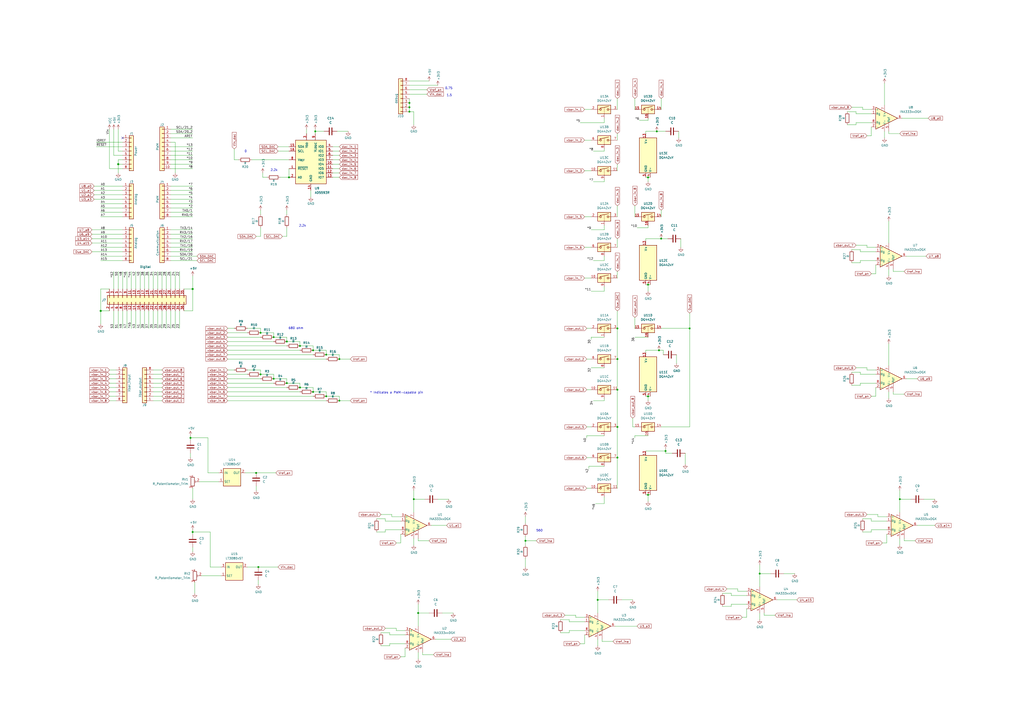
<source format=kicad_sch>
(kicad_sch (version 20231120) (generator "eeschema") (generator_version "8.0")
  (paper "A2")
  (title_block (date "mar. 31 mars 2015"))
  (junction (at 173.99 224.79))
  (junction (at 400.05 190.5))
  (junction (at 58.42 180.34) (diameter 1.016))
  (junction (at 196.85 208.28))
  (junction (at 166.37 222.25))
  (junction (at 375.92 102.87))
  (junction (at 111.76 308.61))
  (junction (at 158.75 195.58))
  (junction (at 375.92 165.1))
  (junction (at 375.92 229.87))
  (junction (at 358.14 265.43))
  (junction (at 182.88 76.2))
  (junction (at 68.58 95.25) (diameter 1.016))
  (junction (at 158.75 219.71))
  (junction (at 346.71 347.98))
  (junction (at 110.49 254))
  (junction (at 189.23 229.87))
  (junction (at 386.08 261.62))
  (junction (at 440.69 332.74))
  (junction (at 358.14 208.28))
  (junction (at 304.8 313.69))
  (junction (at 196.85 232.41))
  (junction (at 149.86 328.93))
  (junction (at 237.49 59.69))
  (junction (at 151.13 217.17))
  (junction (at 181.61 203.2))
  (junction (at 166.37 198.12))
  (junction (at 521.97 289.56))
  (junction (at 173.99 200.66))
  (junction (at 237.49 64.77))
  (junction (at 237.49 62.23))
  (junction (at 381 76.2))
  (junction (at 242.57 355.6))
  (junction (at 151.13 193.04))
  (junction (at 358.14 226.06))
  (junction (at 181.61 227.33))
  (junction (at 375.92 287.02))
  (junction (at 189.23 205.74))
  (junction (at 358.14 247.65))
  (junction (at 240.03 289.56))
  (junction (at 167.64 102.87))
  (junction (at 383.54 138.43))
  (junction (at 358.14 190.5))
  (junction (at 382.27 203.2))
  (junction (at 111.76 167.64) (diameter 1.016))
  (junction (at 148.59 274.32))
  (no_connect (at 71.12 80.01))
  (wire (pts (xy 128.27 328.93) (xy 121.92 328.93)))
  (wire (pts (xy 515.62 77.47) (xy 515.62 76.2)))
  (wire (pts (xy 143.51 328.93) (xy 149.86 328.93)))
  (wire (pts (xy 99.06 125.73) (xy 111.76 125.73)))
  (wire (pts (xy 358.14 226.06) (xy 358.14 247.65)))
  (wire (pts (xy 367.03 242.57) (xy 367.03 247.65)))
  (wire (pts (xy 502.92 214.63) (xy 502.92 213.36)))
  (wire (pts (xy 530.86 313.69) (xy 524.51 313.69)))
  (wire (pts (xy 514.35 307.34) (xy 505.46 307.34)))
  (wire (pts (xy 450.85 347.98) (xy 462.28 347.98)))
  (wire (pts (xy 58.42 125.73) (xy 71.12 125.73)))
  (wire (pts (xy 375.92 287.02) (xy 377.19 287.02)))
  (wire (pts (xy 392.43 205.74) (xy 392.43 210.82)))
  (wire (pts (xy 304.8 323.85) (xy 304.8 328.93)))
  (wire (pts (xy 356.87 363.22) (xy 369.57 363.22)))
  (wire (pts (xy 340.36 208.28) (xy 342.9 208.28)))
  (wire (pts (xy 99.06 92.71) (xy 111.76 92.71)))
  (wire (pts (xy 81.28 157.48) (xy 81.28 167.64)))
  (wire (pts (xy 162.56 102.87) (xy 167.64 102.87)))
  (wire (pts (xy 304.8 311.15) (xy 304.8 313.69)))
  (wire (pts (xy 63.5 217.17) (xy 67.31 217.17)))
  (wire (pts (xy 508 158.75) (xy 505.46 158.75)))
  (wire (pts (xy 132.08 232.41) (xy 189.23 232.41)))
  (wire (pts (xy 499.11 222.25) (xy 499.11 223.52)))
  (wire (pts (xy 374.65 229.87) (xy 375.92 229.87)))
  (wire (pts (xy 447.04 332.74) (xy 440.69 332.74)))
  (wire (pts (xy 234.95 365.76) (xy 229.87 365.76)))
  (wire (pts (xy 99.06 74.93) (xy 111.76 74.93)))
  (wire (pts (xy 521.97 289.56) (xy 521.97 284.48)))
  (wire (pts (xy 83.82 157.48) (xy 83.82 167.64)))
  (wire (pts (xy 58.42 148.59) (xy 71.12 148.59)))
  (wire (pts (xy 368.3 184.15) (xy 368.3 190.5)))
  (wire (pts (xy 304.8 313.69) (xy 304.8 316.23)))
  (wire (pts (xy 350.52 252.73) (xy 340.36 252.73)))
  (wire (pts (xy 374.65 203.2) (xy 382.27 203.2)))
  (wire (pts (xy 111.76 167.64) (xy 111.76 180.34)))
  (wire (pts (xy 227.33 299.72) (xy 227.33 298.45)))
  (wire (pts (xy 349.25 372.11) (xy 349.25 370.84)))
  (wire (pts (xy 63.5 167.64) (xy 58.42 167.64)))
  (wire (pts (xy 223.52 300.99) (xy 218.44 300.99)))
  (wire (pts (xy 166.37 137.16) (xy 166.37 132.08)))
  (wire (pts (xy 532.13 304.8) (xy 542.29 304.8)))
  (wire (pts (xy 99.06 138.43) (xy 111.76 138.43)))
  (wire (pts (xy 68.58 92.71) (xy 68.58 95.25)))
  (wire (pts (xy 515.62 199.39) (xy 515.62 212.09)))
  (wire (pts (xy 339.09 360.68) (xy 330.2 360.68)))
  (wire (pts (xy 223.52 302.26) (xy 223.52 300.99)))
  (wire (pts (xy 53.34 140.97) (xy 71.12 140.97)))
  (wire (pts (xy 132.08 205.74) (xy 181.61 205.74)))
  (wire (pts (xy 223.52 308.61) (xy 218.44 308.61)))
  (wire (pts (xy 151.13 190.5) (xy 151.13 193.04)))
  (wire (pts (xy 86.36 180.34) (xy 86.36 190.5)))
  (wire (pts (xy 58.42 120.65) (xy 71.12 120.65)))
  (wire (pts (xy 340.36 252.73) (xy 340.36 254)))
  (wire (pts (xy 63.5 229.87) (xy 67.31 229.87)))
  (wire (pts (xy 91.44 157.48) (xy 91.44 167.64)))
  (wire (pts (xy 166.37 198.12) (xy 173.99 198.12)))
  (wire (pts (xy 304.8 313.69) (xy 311.15 313.69)))
  (wire (pts (xy 424.18 351.79) (xy 419.1 351.79)))
  (wire (pts (xy 340.36 247.65) (xy 342.9 247.65)))
  (wire (pts (xy 68.58 157.48) (xy 68.58 167.64)))
  (wire (pts (xy 104.14 157.48) (xy 104.14 167.64)))
  (wire (pts (xy 237.49 62.23) (xy 237.49 64.77)))
  (wire (pts (xy 196.85 229.87) (xy 196.85 232.41)))
  (wire (pts (xy 375.92 69.85) (xy 375.92 68.58)))
  (wire (pts (xy 135.89 92.71) (xy 135.89 86.36)))
  (wire (pts (xy 110.49 252.73) (xy 110.49 254)))
  (wire (pts (xy 344.17 232.41) (xy 350.52 232.41)))
  (wire (pts (xy 158.75 193.04) (xy 158.75 195.58)))
  (wire (pts (xy 374.65 138.43) (xy 374.65 139.7)))
  (wire (pts (xy 132.08 229.87) (xy 181.61 229.87)))
  (wire (pts (xy 515.62 156.21) (xy 515.62 160.02)))
  (wire (pts (xy 54.61 107.95) (xy 71.12 107.95)))
  (wire (pts (xy 374.65 138.43) (xy 383.54 138.43)))
  (wire (pts (xy 400.05 247.65) (xy 400.05 190.5)))
  (wire (pts (xy 68.58 95.25) (xy 68.58 100.33)))
  (wire (pts (xy 113.03 337.82) (xy 113.03 344.17)))
  (wire (pts (xy 151.13 137.16) (xy 151.13 132.08)))
  (wire (pts (xy 88.9 219.71) (xy 93.98 219.71)))
  (wire (pts (xy 499.11 144.78) (xy 494.03 144.78)))
  (wire (pts (xy 508 146.05) (xy 499.11 146.05)))
  (wire (pts (xy 99.06 180.34) (xy 99.06 190.5)))
  (wire (pts (xy 163.83 137.16) (xy 166.37 137.16)))
  (wire (pts (xy 508 151.13) (xy 499.11 151.13)))
  (wire (pts (xy 63.5 219.71) (xy 67.31 219.71)))
  (wire (pts (xy 304.8 299.72) (xy 304.8 303.53)))
  (wire (pts (xy 68.58 87.63) (xy 71.12 87.63)))
  (wire (pts (xy 78.74 157.48) (xy 78.74 167.64)))
  (wire (pts (xy 508 222.25) (xy 499.11 222.25)))
  (wire (pts (xy 173.99 200.66) (xy 181.61 200.66)))
  (wire (pts (xy 66.04 90.17) (xy 71.12 90.17)))
  (wire (pts (xy 88.9 180.34) (xy 88.9 190.5)))
  (wire (pts (xy 496.57 71.12) (xy 496.57 72.39)))
  (wire (pts (xy 193.04 87.63) (xy 196.85 87.63)))
  (wire (pts (xy 152.4 102.87) (xy 154.94 102.87)))
  (wire (pts (xy 386.08 261.62) (xy 386.08 262.89)))
  (wire (pts (xy 66.04 74.93) (xy 66.04 90.17)))
  (wire (pts (xy 53.34 146.05) (xy 71.12 146.05)))
  (wire (pts (xy 528.32 289.56) (xy 521.97 289.56)))
  (wire (pts (xy 73.66 180.34) (xy 73.66 190.5)))
  (wire (pts (xy 96.52 180.34) (xy 96.52 190.5)))
  (wire (pts (xy 340.36 283.21) (xy 342.9 283.21)))
  (wire (pts (xy 132.08 195.58) (xy 151.13 195.58)))
  (wire (pts (xy 383.54 190.5) (xy 400.05 190.5)))
  (wire (pts (xy 525.78 219.71) (xy 532.13 219.71)))
  (wire (pts (xy 181.61 224.79) (xy 181.61 227.33)))
  (wire (pts (xy 132.08 222.25) (xy 158.75 222.25)))
  (wire (pts (xy 99.06 85.09) (xy 111.76 85.09)))
  (wire (pts (xy 158.75 217.17) (xy 158.75 219.71)))
  (wire (pts (xy 350.52 105.41) (xy 350.52 104.14)))
  (wire (pts (xy 229.87 364.49) (xy 223.52 364.49)))
  (wire (pts (xy 88.9 232.41) (xy 93.98 232.41)))
  (wire (pts (xy 515.62 227.33) (xy 515.62 231.14)))
  (wire (pts (xy 68.58 74.93) (xy 68.58 87.63)))
  (wire (pts (xy 99.06 107.95) (xy 111.76 107.95)))
  (wire (pts (xy 226.06 374.65) (xy 220.98 374.65)))
  (wire (pts (xy 350.52 270.51) (xy 341.63 270.51)))
  (wire (pts (xy 232.41 299.72) (xy 227.33 299.72)))
  (wire (pts (xy 166.37 219.71) (xy 166.37 222.25)))
  (wire (pts (xy 344.17 87.63) (xy 350.52 87.63)))
  (wire (pts (xy 88.9 227.33) (xy 93.98 227.33)))
  (wire (pts (xy 240.03 64.77) (xy 240.03 72.39)))
  (wire (pts (xy 111.76 307.34) (xy 111.76 308.61)))
  (wire (pts (xy 151.13 214.63) (xy 151.13 217.17)))
  (wire (pts (xy 505.46 63.5) (xy 500.38 63.5)))
  (wire (pts (xy 110.49 254) (xy 110.49 255.27)))
  (wire (pts (xy 384.81 203.2) (xy 382.27 203.2)))
  (wire (pts (xy 99.06 87.63) (xy 111.76 87.63)))
  (wire (pts (xy 193.04 85.09) (xy 196.85 85.09)))
  (wire (pts (xy 424.18 344.17) (xy 419.1 344.17)))
  (wire (pts (xy 237.49 59.69) (xy 237.49 62.23)))
  (wire (pts (xy 143.51 214.63) (xy 151.13 214.63)))
  (wire (pts (xy 433.07 353.06) (xy 433.07 358.14)))
  (wire (pts (xy 496.57 72.39) (xy 491.49 72.39)))
  (wire (pts (xy 99.06 110.49) (xy 111.76 110.49)))
  (wire (pts (xy 132.08 224.79) (xy 166.37 224.79)))
  (wire (pts (xy 242.57 355.6) (xy 242.57 363.22)))
  (wire (pts (xy 383.54 57.15) (xy 383.54 63.5)))
  (wire (pts (xy 121.92 308.61) (xy 111.76 308.61)))
  (wire (pts (xy 99.06 146.05) (xy 111.76 146.05)))
  (wire (pts (xy 427.99 341.63) (xy 421.64 341.63)))
  (wire (pts (xy 345.44 292.1) (xy 350.52 292.1)))
  (wire (pts (xy 227.33 298.45) (xy 220.98 298.45)))
  (wire (pts (xy 383.54 247.65) (xy 400.05 247.65)))
  (wire (pts (xy 505.46 308.61) (xy 500.38 308.61)))
  (wire (pts (xy 508 224.79) (xy 508 229.87)))
  (wire (pts (xy 358.14 157.48) (xy 358.14 161.29)))
  (wire (pts (xy 132.08 193.04) (xy 143.51 193.04)))
  (wire (pts (xy 375.92 252.73) (xy 368.3 252.73)))
  (wire (pts (xy 54.61 115.57) (xy 71.12 115.57)))
  (wire (pts (xy 88.9 157.48) (xy 88.9 167.64)))
  (wire (pts (xy 143.51 190.5) (xy 151.13 190.5)))
  (wire (pts (xy 339.09 161.29) (xy 342.9 161.29)))
  (wire (pts (xy 58.42 167.64) (xy 58.42 180.34)))
  (wire (pts (xy 232.41 302.26) (xy 223.52 302.26)))
  (wire (pts (xy 182.88 76.2) (xy 187.96 76.2)))
  (wire (pts (xy 148.59 137.16) (xy 151.13 137.16)))
  (wire (pts (xy 427.99 342.9) (xy 427.99 341.63)))
  (wire (pts (xy 350.52 148.59) (xy 350.52 151.13)))
  (wire (pts (xy 73.66 157.48) (xy 73.66 167.64)))
  (wire (pts (xy 63.5 180.34) (xy 58.42 180.34)))
  (wire (pts (xy 358.14 95.25) (xy 358.14 99.06)))
  (wire (pts (xy 330.2 365.76) (xy 330.2 367.03)))
  (wire (pts (xy 350.52 133.35) (xy 350.52 130.81)))
  (wire (pts (xy 132.08 200.66) (xy 166.37 200.66)))
  (wire (pts (xy 350.52 232.41) (xy 350.52 231.14)))
  (wire (pts (xy 342.9 195.58) (xy 342.9 196.85)))
  (wire (pts (xy 525.78 148.59) (xy 537.21 148.59)))
  (wire (pts (xy 440.69 355.6) (xy 440.69 359.41)))
  (wire (pts (xy 499.11 152.4) (xy 494.03 152.4)))
  (wire (pts (xy 189.23 203.2) (xy 189.23 205.74)))
  (wire (pts (xy 339.09 99.06) (xy 342.9 99.06)))
  (wire (pts (xy 245.11 379.73) (xy 245.11 378.46)))
  (wire (pts (xy 181.61 203.2) (xy 189.23 203.2)))
  (wire (pts (xy 58.42 151.13) (xy 71.12 151.13)))
  (wire (pts (xy 433.07 350.52) (xy 424.18 350.52)))
  (wire (pts (xy 132.08 203.2) (xy 173.99 203.2)))
  (wire (pts (xy 167.64 97.79) (xy 167.64 102.87)))
  (wire (pts (xy 99.06 95.25) (xy 111.76 95.25)))
  (wire (pts (xy 96.52 157.48) (xy 96.52 167.64)))
  (wire (pts (xy 195.58 76.2) (xy 201.93 76.2)))
  (wire (pts (xy 440.69 332.74) (xy 440.69 327.66)))
  (wire (pts (xy 149.86 336.55) (xy 149.86 339.09)))
  (wire (pts (xy 368.3 252.73) (xy 368.3 254)))
  (wire (pts (xy 53.34 135.89) (xy 71.12 135.89)))
  (wire (pts (xy 339.09 368.3) (xy 339.09 373.38)))
  (wire (pts (xy 196.85 205.74) (xy 196.85 208.28)))
  (wire (pts (xy 93.98 157.48) (xy 93.98 167.64)))
  (wire (pts (xy 340.36 226.06) (xy 342.9 226.06)))
  (wire (pts (xy 499.11 215.9) (xy 494.03 215.9)))
  (wire (pts (xy 76.2 180.34) (xy 76.2 190.5)))
  (wire (pts (xy 508 153.67) (xy 508 158.75)))
  (wire (pts (xy 93.98 180.34) (xy 93.98 190.5)))
  (wire (pts (xy 71.12 180.34) (xy 71.12 190.5)))
  (wire (pts (xy 350.52 166.37) (xy 350.52 168.91)))
  (wire (pts (xy 101.6 157.48) (xy 101.6 167.64)))
  (wire (pts (xy 330.2 360.68) (xy 330.2 359.41)))
  (wire (pts (xy 193.04 100.33) (xy 196.85 100.33)))
  (wire (pts (xy 99.06 115.57) (xy 111.76 115.57)))
  (wire (pts (xy 389.89 262.89) (xy 386.08 262.89)))
  (wire (pts (xy 63.5 227.33) (xy 67.31 227.33)))
  (wire (pts (xy 226.06 368.3) (xy 226.06 367.03)))
  (wire (pts (xy 353.06 347.98) (xy 346.71 347.98)))
  (wire (pts (xy 374.65 261.62) (xy 386.08 261.62)))
  (wire (pts (xy 340.36 190.5) (xy 342.9 190.5)))
  (wire (pts (xy 514.35 299.72) (xy 509.27 299.72)))
  (wire (pts (xy 524.51 313.69) (xy 524.51 312.42)))
  (wire (pts (xy 505.46 302.26) (xy 505.46 300.99)))
  (wire (pts (xy 514.35 314.96) (xy 511.81 314.96)))
  (wire (pts (xy 81.28 180.34) (xy 81.28 190.5)))
  (wire (pts (xy 433.07 358.14) (xy 430.53 358.14)))
  (wire (pts (xy 76.2 157.48) (xy 76.2 167.64)))
  (wire (pts (xy 193.04 95.25) (xy 196.85 95.25)))
  (wire (pts (xy 88.9 217.17) (xy 93.98 217.17)))
  (wire (pts (xy 240.03 312.42) (xy 240.03 316.23)))
  (wire (pts (xy 514.35 309.88) (xy 514.35 314.96)))
  (wire (pts (xy 502.92 213.36) (xy 496.57 213.36)))
  (wire (pts (xy 55.88 82.55) (xy 71.12 82.55)))
  (wire (pts (xy 524.51 228.6) (xy 518.16 228.6)))
  (wire (pts (xy 443.23 356.87) (xy 443.23 355.6)))
  (wire (pts (xy 242.57 378.46) (xy 242.57 382.27)))
  (wire (pts (xy 499.11 146.05) (xy 499.11 144.78)))
  (wire (pts (xy 375.92 287.02) (xy 375.92 290.83)))
  (wire (pts (xy 500.38 62.23) (xy 494.03 62.23)))
  (wire (pts (xy 166.37 222.25) (xy 173.99 222.25)))
  (wire (pts (xy 350.52 168.91) (xy 342.9 168.91)))
  (wire (pts (xy 508 143.51) (xy 502.92 143.51)))
  (wire (pts (xy 358.14 180.34) (xy 358.14 190.5)))
  (wire (pts (xy 449.58 356.87) (xy 443.23 356.87)))
  (wire (pts (xy 374.65 102.87) (xy 375.92 102.87)))
  (wire (pts (xy 111.76 283.21) (xy 111.76 289.56)))
  (wire (pts (xy 99.06 135.89) (xy 111.76 135.89)))
  (wire (pts (xy 251.46 379.73) (xy 245.11 379.73)))
  (wire (pts (xy 180.34 110.49) (xy 180.34 114.3)))
  (wire (pts (xy 111.76 160.02) (xy 111.76 167.64)))
  (wire (pts (xy 63.5 222.25) (xy 67.31 222.25)))
  (wire (pts (xy 368.3 195.58) (xy 375.92 195.58)))
  (wire (pts (xy 53.34 138.43) (xy 71.12 138.43)))
  (wire (pts (xy 375.92 165.1) (xy 377.19 165.1)))
  (wire (pts (xy 358.14 57.15) (xy 358.14 63.5)))
  (wire (pts (xy 374.65 76.2) (xy 374.65 77.47)))
  (wire (pts (xy 496.57 64.77) (xy 491.49 64.77)))
  (wire (pts (xy 101.6 82.55) (xy 101.6 100.33)))
  (wire (pts (xy 339.09 81.28) (xy 342.9 81.28)))
  (wire (pts (xy 110.49 262.89) (xy 110.49 265.43)))
  (wire (pts (xy 63.5 224.79) (xy 67.31 224.79)))
  (wire (pts (xy 54.61 110.49) (xy 71.12 110.49)))
  (wire (pts (xy 132.08 190.5) (xy 135.89 190.5)))
  (wire (pts (xy 375.92 229.87) (xy 375.92 232.41)))
  (wire (pts (xy 350.52 292.1) (xy 350.52 288.29)))
  (wire (pts (xy 99.06 151.13) (xy 114.3 151.13)))
  (wire (pts (xy 54.61 113.03) (xy 71.12 113.03)))
  (wire (pts (xy 499.11 217.17) (xy 499.11 215.9)))
  (wire (pts (xy 132.08 208.28) (xy 189.23 208.28)))
  (wire (pts (xy 246.38 289.56) (xy 240.03 289.56)))
  (wire (pts (xy 99.06 80.01) (xy 111.76 80.01)))
  (wire (pts (xy 358.14 138.43) (xy 358.14 143.51)))
  (wire (pts (xy 106.68 167.64) (xy 111.76 167.64)))
  (wire (pts (xy 166.37 195.58) (xy 166.37 198.12)))
  (wire (pts (xy 237.49 46.99) (xy 248.92 46.99)))
  (wire (pts (xy 99.06 143.51) (xy 111.76 143.51)))
  (wire (pts (xy 350.52 68.58) (xy 350.52 71.12)))
  (wire (pts (xy 173.99 198.12) (xy 173.99 200.66)))
  (wire (pts (xy 132.08 214.63) (xy 135.89 214.63)))
  (wire (pts (xy 496.57 66.04) (xy 496.57 64.77)))
  (wire (pts (xy 237.49 54.61) (xy 247.65 54.61)))
  (wire (pts (xy 515.62 128.27) (xy 515.62 140.97)))
  (wire (pts (xy 152.4 100.33) (xy 152.4 102.87)))
  (wire (pts (xy 256.54 355.6) (xy 262.89 355.6)))
  (wire (pts (xy 151.13 121.92) (xy 151.13 124.46)))
  (wire (pts (xy 132.08 227.33) (xy 173.99 227.33)))
  (wire (pts (xy 509.27 299.72) (xy 509.27 298.45)))
  (wire (pts (xy 189.23 205.74) (xy 196.85 205.74)))
  (wire (pts (xy 242.57 355.6) (xy 242.57 350.52)))
  (wire (pts (xy 55.88 85.09) (xy 71.12 85.09)))
  (wire (pts (xy 513.08 48.26) (xy 513.08 60.96)))
  (wire (pts (xy 350.52 151.13) (xy 344.17 151.13)))
  (wire (pts (xy 99.06 133.35) (xy 111.76 133.35)))
  (wire (pts (xy 242.57 313.69) (xy 242.57 312.42)))
  (wire (pts (xy 505.46 71.12) (xy 496.57 71.12)))
  (wire (pts (xy 424.18 350.52) (xy 424.18 351.79)))
  (wire (pts (xy 71.12 95.25) (xy 68.58 95.25)))
  (wire (pts (xy 523.24 68.58) (xy 538.48 68.58)))
  (wire (pts (xy 502.92 143.51) (xy 502.92 142.24)))
  (wire (pts (xy 158.75 195.58) (xy 166.37 195.58)))
  (wire (pts (xy 339.09 63.5) (xy 342.9 63.5)))
  (wire (pts (xy 368.3 119.38) (xy 368.3 125.73)))
  (wire (pts (xy 514.35 302.26) (xy 505.46 302.26)))
  (wire (pts (xy 120.65 254) (xy 110.49 254)))
  (wire (pts (xy 177.8 74.93) (xy 177.8 77.47)))
  (wire (pts (xy 196.85 208.28) (xy 203.2 208.28)))
  (wire (pts (xy 223.52 307.34) (xy 223.52 308.61)))
  (wire (pts (xy 524.51 157.48) (xy 518.16 157.48)))
  (wire (pts (xy 182.88 74.93) (xy 182.88 76.2)))
  (wire (pts (xy 358.14 77.47) (xy 358.14 81.28)))
  (wire (pts (xy 505.46 300.99) (xy 500.38 300.99)))
  (wire (pts (xy 161.29 85.09) (xy 167.64 85.09)))
  (wire (pts (xy 252.73 370.84) (xy 261.62 370.84)))
  (wire (pts (xy 346.71 370.84) (xy 346.71 374.65)))
  (wire (pts (xy 226.06 367.03) (xy 220.98 367.03)))
  (wire (pts (xy 358.14 208.28) (xy 358.14 226.06)))
  (wire (pts (xy 248.92 355.6) (xy 242.57 355.6)))
  (wire (pts (xy 454.66 332.74) (xy 461.01 332.74)))
  (wire (pts (xy 71.12 97.79) (xy 63.5 97.79)))
  (wire (pts (xy 368.3 57.15) (xy 368.3 63.5)))
  (wire (pts (xy 88.9 222.25) (xy 93.98 222.25)))
  (wire (pts (xy 66.04 157.48) (xy 66.04 167.64)))
  (wire (pts (xy 340.36 265.43) (xy 342.9 265.43)))
  (wire (pts (xy 342.9 213.36) (xy 350.52 213.36)))
  (wire (pts (xy 358.14 265.43) (xy 358.14 283.21)))
  (wire (pts (xy 151.13 193.04) (xy 158.75 193.04)))
  (wire (pts (xy 226.06 373.38) (xy 226.06 374.65)))
  (wire (pts (xy 334.01 356.87) (xy 327.66 356.87)))
  (wire (pts (xy 181.61 200.66) (xy 181.61 203.2)))
  (wire (pts (xy 68.58 180.34) (xy 68.58 190.5)))
  (wire (pts (xy 121.92 328.93) (xy 121.92 308.61)))
  (wire (pts (xy 88.9 214.63) (xy 93.98 214.63)))
  (wire (pts (xy 193.04 102.87) (xy 196.85 102.87)))
  (wire (pts (xy 358.14 247.65) (xy 358.14 265.43)))
  (wire (pts (xy 330.2 359.41) (xy 325.12 359.41)))
  (wire (pts (xy 234.95 373.38) (xy 226.06 373.38)))
  (wire (pts (xy 508 229.87) (xy 505.46 229.87)))
  (wire (pts (xy 374.65 165.1) (xy 375.92 165.1)))
  (wire (pts (xy 339.09 143.51) (xy 342.9 143.51)))
  (wire (pts (xy 189.23 227.33) (xy 189.23 229.87)))
  (wire (pts (xy 148.59 281.94) (xy 148.59 284.48)))
  (wire (pts (xy 193.04 97.79) (xy 196.85 97.79)))
  (wire (pts (xy 374.65 203.2) (xy 374.65 204.47)))
  (wire (pts (xy 91.44 180.34) (xy 91.44 190.5)))
  (wire (pts (xy 132.08 217.17) (xy 143.51 217.17)))
  (wire (pts (xy 161.29 87.63) (xy 167.64 87.63)))
  (wire (pts (xy 229.87 365.76) (xy 229.87 364.49)))
  (wire (pts (xy 66.04 180.34) (xy 66.04 190.5)))
  (wire (pts (xy 248.92 313.69) (xy 242.57 313.69)))
  (wire (pts (xy 499.11 223.52) (xy 494.03 223.52)))
  (wire (pts (xy 99.06 140.97) (xy 111.76 140.97)))
  (wire (pts (xy 99.06 82.55) (xy 101.6 82.55)))
  (wire (pts (xy 83.82 180.34) (xy 83.82 190.5)))
  (wire (pts (xy 334.01 358.14) (xy 334.01 356.87)))
  (wire (pts (xy 341.63 270.51) (xy 341.63 271.78)))
  (wire (pts (xy 193.04 92.71) (xy 196.85 92.71)))
  (wire (pts (xy 508 214.63) (xy 502.92 214.63)))
  (wire (pts (xy 375.92 102.87) (xy 375.92 105.41)))
  (wire (pts (xy 63.5 232.41) (xy 67.31 232.41)))
  (wire (pts (xy 521.97 289.56) (xy 521.97 297.18)))
  (wire (pts (xy 375.92 102.87) (xy 377.19 102.87)))
  (wire (pts (xy 71.12 92.71) (xy 68.58 92.71)))
  (wire (pts (xy 234.95 368.3) (xy 226.06 368.3)))
  (wire (pts (xy 513.08 76.2) (xy 513.08 80.01)))
  (wire (pts (xy 232.41 307.34) (xy 223.52 307.34)))
  (wire (pts (xy 505.46 78.74) (xy 502.92 78.74)))
  (wire (pts (xy 346.71 347.98) (xy 346.71 355.6)))
  (wire (pts (xy 339.09 125.73) (xy 342.9 125.73)))
  (wire (pts (xy 99.06 157.48) (xy 99.06 167.64)))
  (wire (pts (xy 374.65 287.02) (xy 375.92 287.02)))
  (wire (pts (xy 339.09 365.76) (xy 330.2 365.76)))
  (wire (pts (xy 115.57 279.4) (xy 127 279.4)))
  (wire (pts (xy 173.99 224.79) (xy 181.61 224.79)))
  (wire (pts (xy 500.38 63.5) (xy 500.38 62.23)))
  (wire (pts (xy 99.06 90.17) (xy 111.76 90.17)))
  (wire (pts (xy 86.36 157.48) (xy 86.36 167.64)))
  (wire (pts (xy 237.49 49.53) (xy 254 49.53)))
  (wire (pts (xy 375.92 229.87) (xy 377.19 229.87)))
  (wire (pts (xy 232.41 314.96) (xy 229.87 314.96)))
  (wire (pts (xy 386.08 260.35) (xy 386.08 261.62)))
  (wire (pts (xy 127 274.32) (xy 120.65 274.32)))
  (wire (pts (xy 518.16 157.48) (xy 518.16 156.21)))
  (wire (pts (xy 148.59 274.32) (xy 160.02 274.32)))
  (wire (pts (xy 132.08 219.71) (xy 151.13 219.71)))
  (wire (pts (xy 146.05 92.71) (xy 167.64 92.71)))
  (wire (pts (xy 99.06 113.03) (xy 111.76 113.03)))
  (wire (pts (xy 383.54 121.92) (xy 383.54 125.73)))
  (wire (pts (xy 240.03 289.56) (xy 240.03 284.48)))
  (wire (pts (xy 234.95 381) (xy 232.41 381)))
  (wire (pts (xy 196.85 232.41) (xy 203.2 232.41)))
  (wire (pts (xy 63.5 214.63) (xy 67.31 214.63)))
  (wire (pts (xy 193.04 90.17) (xy 196.85 90.17)))
  (wire (pts (xy 339.09 358.14) (xy 334.01 358.14)))
  (wire (pts (xy 71.12 157.48) (xy 71.12 167.64)))
  (wire (pts (xy 505.46 307.34) (xy 505.46 308.61)))
  (wire (pts (xy 111.76 317.5) (xy 111.76 320.04)))
  (wire (pts (xy 375.92 132.08) (xy 369.57 132.08)))
  (wire (pts (xy 240.03 289.56) (xy 240.03 297.18)))
  (wire (pts (xy 330.2 367.03) (xy 325.12 367.03)))
  (wire (pts (xy 374.65 76.2) (xy 381 76.2)))
  (wire (pts (xy 350.52 195.58) (xy 342.9 195.58)))
  (wire (pts (xy 99.06 148.59) (xy 114.3 148.59)))
  (wire (pts (xy 393.7 76.2) (xy 393.7 80.01)))
  (wire (pts (xy 358.14 190.5) (xy 358.14 208.28)))
  (wire (pts (xy 111.76 180.34) (xy 106.68 180.34)))
  (wire (pts (xy 521.97 312.42) (xy 521.97 316.23)))
  (wire (pts (xy 344.17 105.41) (xy 350.52 105.41)))
  (wire (pts (xy 355.6 372.11) (xy 349.25 372.11)))
  (wire (pts (xy 336.55 71.12) (xy 350.52 71.12)))
  (wire (pts (xy 375.92 165.1) (xy 375.92 168.91)))
  (wire (pts (xy 88.9 229.87) (xy 93.98 229.87)))
  (wire (pts (xy 502.92 142.24) (xy 496.57 142.24)))
  (wire (pts (xy 189.23 229.87) (xy 196.85 229.87)))
  (wire (pts (xy 116.84 334.01) (xy 128.27 334.01)))
  (wire (pts (xy 394.97 138.43) (xy 394.97 143.51)))
  (wire (pts (xy 397.51 262.89) (xy 397.51 269.24)))
  (wire (pts (xy 360.68 347.98) (xy 367.03 347.98)))
  (wire (pts (xy 521.97 77.47) (xy 515.62 77.47)))
  (wire (pts (xy 358.14 119.38) (xy 358.14 125.73)))
  (wire (pts (xy 104.14 180.34) (xy 104.14 190.5)))
  (wire (pts (xy 237.49 57.15) (xy 237.49 59.69)))
  (wire (pts (xy 440.69 332.74) (xy 440.69 340.36)))
  (wire (pts (xy 173.99 222.25) (xy 173.99 224.79)))
  (wire (pts (xy 237.49 52.07) (xy 247.65 52.07)))
  (wire (pts (xy 250.19 304.8) (xy 259.08 304.8)))
  (wire (pts (xy 424.18 345.44) (xy 424.18 344.17)))
  (wire (pts (xy 142.24 274.32) (xy 148.59 274.32)))
  (wire (pts (xy 368.3 247.65) (xy 367.03 247.65)))
  (wire (pts (xy 508 217.17) (xy 499.11 217.17)))
  (wire (pts (xy 350.52 87.63) (xy 350.52 86.36)))
  (wire (pts (xy 342.9 133.35) (xy 350.52 133.35)))
  (wire (pts (xy 383.54 138.43) (xy 387.35 138.43)))
  (wire (pts (xy 182.88 76.2) (xy 182.88 77.47)))
  (wire (pts (xy 99.06 77.47) (xy 111.76 77.47)))
  (wire (pts (xy 101.6 180.34) (xy 101.6 190.5)))
  (wire (pts (xy 232.41 309.88) (xy 232.41 314.96)))
  (wire (pts (xy 99.06 120.65) (xy 111.76 120.65)))
  (wire (pts (xy 433.07 345.44) (xy 424.18 345.44)))
  (wire (pts (xy 181.61 227.33) (xy 189.23 227.33)))
  (wire (pts (xy 99.06 118.11) (xy 111.76 118.11)))
  (wire (pts (xy 505.46 73.66) (xy 505.46 78.74)))
  (wire (pts (xy 370.84 69.85) (xy 375.92 69.85)))
  (wire (pts (xy 375.92 130.81) (xy 375.92 132.08)))
  (wire (pts (xy 518.16 228.6) (xy 518.16 227.33)))
  (wire (pts (xy 234.95 375.92) (xy 234.95 381)))
  (wire (pts (xy 505.46 66.04) (xy 496.57 66.04)))
  (wire (pts (xy 254 289.56) (xy 260.35 289.56)))
  (wire (pts (xy 78.74 180.34) (xy 78.74 190.5)))
  (wire (pts (xy 88.9 224.79) (xy 93.98 224.79)))
  (wire (pts (xy 384.81 205.74) (xy 384.81 203.2)))
  (wire (pts (xy 132.08 198.12) (xy 158.75 198.12)))
  (wire (pts (xy 381 76.2) (xy 386.08 76.2)))
  (wire (pts (xy 339.09 373.38) (xy 336.55 373.38)))
  (wire (pts (xy 53.34 133.35) (xy 71.12 133.35)))
  (wire (pts (xy 149.86 328.93) (xy 161.29 328.93)))
  (wire (pts (xy 509.27 298.45) (xy 502.92 298.45)))
  (wire (pts (xy 158.75 219.71) (xy 166.37 219.71)))
  (wire (pts (xy 111.76 308.61) (xy 111.76 309.88)))
  (wire (pts (xy 535.94 289.56) (xy 542.29 289.56)))
  (wire (pts (xy 166.37 121.92) (xy 166.37 124.46)))
  (wire (pts (xy 99.06 123.19) (xy 111.76 123.19)))
  (wire (pts (xy 71.12 143.51) (xy 58.42 143.51)))
  (wire (pts (xy 63.5 97.79) (xy 63.5 74.93)))
  (wire (pts (xy 400.05 181.61) (xy 400.05 190.5)))
  (wire (pts (xy 58.42 180.34) (xy 58.42 187.96)))
  (wire (pts (xy 433.07 342.9) (xy 427.99 342.9)))
  (wire (pts (xy 71.12 123.19) (xy 58.42 123.19)))
  (wire (pts (xy 499.11 151.13) (xy 499.11 152.4)))
  (wire (pts (xy 138.43 92.71) (xy 135.89 92.71)))
  (wire (pts (xy 71.12 118.11) (xy 58.42 118.11)))
  (wire (pts (xy 151.13 217.17) (xy 158.75 217.17)))
  (wire (pts (xy 99.06 97.79) (xy 111.76 97.79)))
  (wire (pts (xy 120.65 274.32) (xy 120.65 254)))
  (wire (pts (xy 240.03 64.77) (xy 237.49 64.77)))
  (wire (pts (xy 346.71 347.98) (xy 346.71 342.9)))
  (text "680 ohm" (at 171.704 190.5 0) (effects (font (size 1.27 1.27))))
  (text "560" (at 312.928 307.848 0) (effects (font (size 1.27 1.27))))
  (text "0" (at 142.494 87.884 0) (effects (font (size 1.27 1.27))))
  (text "2.2k" (at 175.514 131.064 0) (effects (font (size 1.27 1.27))))
  (text "1.5" (at 260.604 55.372 0) (effects (font (size 1.27 1.27))))
  (text "2.2k" (at 159.004 98.806 0) (effects (font (size 1.27 1.27))))
  (text "0.75" (at 260.35 51.308 0) (effects (font (size 1.27 1.27))))
  (text "* Indicates a PWM-capable pin" (at 214.63 228.6 0) (effects (font (size 1.27 1.27)) (justify left bottom)))
  (label "A10" (at 58.42 138.43 0))
  (label "42" (at 341.63 271.78 270))
  (label "RX0{slash}0" (at 111.76 125.73 180))
  (label "A15" (at 58.42 151.13 0))
  (label "A2" (at 58.42 113.03 0))
  (label "RX2{slash}17" (at 111.76 140.97 180))
  (label "*4" (at 111.76 115.57 180))
  (label "*6" (at 370.84 69.85 180))
  (label "SDA{slash}20" (at 111.76 148.59 180))
  (label "26" (at 99.06 157.48 270))
  (label "31" (at 93.98 190.5 90))
  (label "22" (at 104.14 157.48 270))
  (label "33" (at 91.44 190.5 90))
  (label "36" (at 86.36 157.48 270))
  (label "*2" (at 111.76 120.65 180))
  (label "*7" (at 344.17 105.41 180))
  (label "TX1{slash}18" (at 111.76 143.51 180))
  (label "*44" (at 76.2 157.48 270))
  (label "A3" (at 58.42 115.57 0))
  (label "*13" (at 111.76 85.09 180))
  (label "*52" (at 66.04 157.48 270))
  (label "*12" (at 111.76 87.63 180))
  (label "*9" (at 342.9 133.35 180))
  (label "40" (at 81.28 157.48 270))
  (label "~{RESET}" (at 55.88 85.09 0))
  (label "35" (at 88.9 190.5 90))
  (label "*46" (at 345.44 292.1 270))
  (label "*12" (at 344.17 151.13 180))
  (label "*10" (at 111.76 92.71 180))
  (label "28" (at 96.52 157.48 270))
  (label "*8" (at 344.17 87.63 180))
  (label "23" (at 104.14 190.5 90))
  (label "29" (at 96.52 190.5 90))
  (label "A13" (at 58.42 146.05 0))
  (label "41" (at 81.28 190.5 90))
  (label "30" (at 93.98 157.48 270))
  (label "47" (at 73.66 190.5 90))
  (label "34" (at 88.9 157.48 270))
  (label "*45" (at 76.2 190.5 90))
  (label "38" (at 83.82 157.48 270))
  (label "51" (at 68.58 190.5 90))
  (label "*7" (at 111.76 107.95 180))
  (label "SDA{slash}20_2" (at 111.76 77.47 180))
  (label "*8" (at 111.76 97.79 180))
  (label "40" (at 340.36 254 270))
  (label "A9" (at 58.42 135.89 0))
  (label "*11" (at 111.76 90.17 180))
  (label "*3" (at 111.76 118.11 180))
  (label "30" (at 342.9 196.85 270))
  (label "*10" (at 369.57 132.08 180))
  (label "*11" (at 342.9 168.91 180))
  (label "A6" (at 58.42 123.19 0))
  (label "42" (at 78.74 157.48 270))
  (label "A1" (at 58.42 110.49 0))
  (label "32" (at 342.9 213.36 270))
  (label "53" (at 66.04 190.5 90))
  (label "TX0{slash}1" (at 111.76 123.19 180))
  (label "24" (at 101.6 157.48 270))
  (label "RX1{slash}19" (at 111.76 146.05 180))
  (label "A0" (at 58.42 107.95 0))
  (label "AREF" (at 111.76 80.01 180))
  (label "A14" (at 58.42 148.59 0))
  (label "39" (at 83.82 190.5 90))
  (label "A8" (at 58.42 133.35 0))
  (label "Vin" (at 63.5 74.93 270))
  (label "27" (at 99.06 190.5 90))
  (label "37" (at 86.36 190.5 90))
  (label "25" (at 101.6 190.5 90))
  (label "*6" (at 111.76 110.49 180))
  (label "*46" (at 73.66 157.48 270))
  (label "*5" (at 336.55 71.12 180))
  (label "SCL{slash}21_2" (at 111.76 74.93 180))
  (label "*9" (at 111.76 95.25 180))
  (label "50" (at 68.58 157.48 270))
  (label "TX2{slash}16" (at 111.76 138.43 180))
  (label "*44" (at 368.3 254 270))
  (label "*5" (at 111.76 113.03 180))
  (label "IOREF" (at 55.88 82.55 0))
  (label "A7" (at 58.42 125.73 0))
  (label "A11" (at 58.42 140.97 0))
  (label "A4" (at 58.42 118.11 0))
  (label "49" (at 71.12 190.5 90))
  (label "A5" (at 58.42 120.65 0))
  (label "RX3{slash}15" (at 111.76 135.89 180))
  (label "TX3{slash}14" (at 111.76 133.35 180))
  (label "36" (at 368.3 195.58 270))
  (label "34" (at 344.17 232.41 270))
  (label "32" (at 91.44 157.48 270))
  (label "43" (at 78.74 190.5 90))
  (label "A12" (at 58.42 143.51 0))
  (label "SCL{slash}21" (at 111.76 151.13 180))
  (label "48" (at 71.12 157.48 270))
  (global_label "xbar_out_4" (shape input) (at 368.3 184.15 90) (property "Intersheetrefs" "${INTERSHEET_REFS}" (effects (hide yes))))
  (global_label "Vref_an" (shape input) (at 203.2 232.41 0) (property "Intersheetrefs" "${INTERSHEET_REFS}" (effects (hide yes))))
  (global_label "SCL_DAC" (shape input) (at 114.3 151.13 0) (property "Intersheetrefs" "${INTERSHEET_REFS}" (effects (hide yes))))
  (global_label "xbar_in_2" (shape input) (at 63.5 217.17 180) (property "Intersheetrefs" "${INTERSHEET_REFS}" (effects (hide yes))))
  (global_label "SDA_DAC" (shape input) (at 148.59 137.16 180) (property "Intersheetrefs" "${INTERSHEET_REFS}" (effects (hide yes))))
  (global_label "xbar_in_5" (shape input) (at 132.08 224.79 180) (property "Intersheetrefs" "${INTERSHEET_REFS}" (effects (hide yes))))
  (global_label "dac_in_1" (shape input) (at 196.85 85.09 0) (property "Intersheetrefs" "${INTERSHEET_REFS}" (effects (hide yes))))
  (global_label "xbar_out_8" (shape input) (at 367.03 242.57 90) (property "Intersheetrefs" "${INTERSHEET_REFS}" (effects (hide yes))))
  (global_label "xbar_out_1" (shape input) (at 340.36 190.5 180) (property "Intersheetrefs" "${INTERSHEET_REFS}" (effects (hide yes))))
  (global_label "U1_a1" (shape input) (at 259.08 304.8 0) (property "Intersheetrefs" "${INTERSHEET_REFS}" (effects (hide yes))))
  (global_label "xbar_out_2" (shape input) (at 132.08 193.04 180) (property "Intersheetrefs" "${INTERSHEET_REFS}" (effects (hide yes))))
  (global_label "Vref_an" (shape input) (at 505.46 229.87 180) (property "Intersheetrefs" "${INTERSHEET_REFS}" (effects (hide yes))))
  (global_label "xbar_out_8" (shape input) (at 132.08 208.28 180) (property "Intersheetrefs" "${INTERSHEET_REFS}" (effects (hide yes))))
  (global_label "xbar_out_8" (shape input) (at 93.98 214.63 0) (property "Intersheetrefs" "${INTERSHEET_REFS}" (effects (hide yes))))
  (global_label "xbar_out_6" (shape input) (at 496.57 213.36 180) (property "Intersheetrefs" "${INTERSHEET_REFS}" (effects (hide yes))))
  (global_label "Due_DAC" (shape input) (at 400.05 181.61 90) (property "Intersheetrefs" "${INTERSHEET_REFS}" (effects (hide yes))))
  (global_label "Vref_an" (shape input) (at 430.53 358.14 180) (property "Intersheetrefs" "${INTERSHEET_REFS}" (effects (hide yes))))
  (global_label "SCL_DAC" (shape input) (at 161.29 87.63 180) (property "Intersheetrefs" "${INTERSHEET_REFS}" (effects (hide yes))))
  (global_label "U7_a8" (shape input) (at 537.21 148.59 0) (property "Intersheetrefs" "${INTERSHEET_REFS}" (effects (hide yes))))
  (global_label "xbar_out_3" (shape input) (at 132.08 195.58 180) (property "Intersheetrefs" "${INTERSHEET_REFS}" (effects (hide yes))))
  (global_label "Vin_dac" (shape input) (at 135.89 86.36 90) (property "Intersheetrefs" "${INTERSHEET_REFS}" (effects (hide yes))))
  (global_label "Vref_an" (shape input) (at 247.65 52.07 0) (property "Intersheetrefs" "${INTERSHEET_REFS}" (effects (hide yes))))
  (global_label "dac_in_8" (shape input) (at 383.54 121.92 90) (property "Intersheetrefs" "${INTERSHEET_REFS}" (effects (hide yes))))
  (global_label "U6_a9" (shape input) (at 532.13 219.71 0) (property "Intersheetrefs" "${INTERSHEET_REFS}" (effects (hide yes))))
  (global_label "xbar_out_4" (shape input) (at 132.08 198.12 180) (property "Intersheetrefs" "${INTERSHEET_REFS}" (effects (hide yes))))
  (global_label "Vref_ina" (shape input) (at 524.51 157.48 0) (property "Intersheetrefs" "${INTERSHEET_REFS}" (effects (hide yes))))
  (global_label "xbar_in_3" (shape input) (at 132.08 219.71 180) (property "Intersheetrefs" "${INTERSHEET_REFS}" (effects (hide yes))))
  (global_label "xbar_in_4" (shape input) (at 63.5 222.25 180) (property "Intersheetrefs" "${INTERSHEET_REFS}" (effects (hide yes))))
  (global_label "Vref_an" (shape input) (at 502.92 78.74 180) (property "Intersheetrefs" "${INTERSHEET_REFS}" (effects (hide yes))))
  (global_label "xbar_in_7" (shape input) (at 63.5 229.87 180) (property "Intersheetrefs" "${INTERSHEET_REFS}" (effects (hide yes))))
  (global_label "Vref_ina" (shape input) (at 311.15 313.69 0) (property "Intersheetrefs" "${INTERSHEET_REFS}" (effects (hide yes))))
  (global_label "Vref_an" (shape input) (at 229.87 314.96 180) (property "Intersheetrefs" "${INTERSHEET_REFS}" (effects (hide yes))))
  (global_label "xbar_in_7" (shape input) (at 132.08 229.87 180) (property "Intersheetrefs" "${INTERSHEET_REFS}" (effects (hide yes))))
  (global_label "xbar_in_8" (shape input) (at 63.5 232.41 180) (property "Intersheetrefs" "${INTERSHEET_REFS}" (effects (hide yes))))
  (global_label "xbar_in_1" (shape input) (at 339.09 63.5 180) (property "Intersheetrefs" "${INTERSHEET_REFS}" (effects (hide yes))))
  (global_label "xbar_out_7" (shape input) (at 340.36 283.21 180) (property "Intersheetrefs" "${INTERSHEET_REFS}" (effects (hide yes))))
  (global_label "xbar_in_8" (shape input) (at 368.3 119.38 90) (property "Intersheetrefs" "${INTERSHEET_REFS}" (effects (hide yes))))
  (global_label "SDA_DAC" (shape input) (at 114.3 148.59 0) (property "Intersheetrefs" "${INTERSHEET_REFS}" (effects (hide yes))))
  (global_label "xbar_out_3" (shape input) (at 327.66 356.87 180) (property "Intersheetrefs" "${INTERSHEET_REFS}" (effects (hide yes))))
  (global_label "xbar_out_5" (shape input) (at 502.92 298.45 180) (property "Intersheetrefs" "${INTERSHEET_REFS}" (effects (hide yes))))
  (global_label "dac_in_2" (shape input) (at 196.85 87.63 0) (property "Intersheetrefs" "${INTERSHEET_REFS}" (effects (hide yes))))
  (global_label "xbar_out_3" (shape input) (at 340.36 226.06 180) (property "Intersheetrefs" "${INTERSHEET_REFS}" (effects (hide yes))))
  (global_label "xbar_in_7" (shape input) (at 339.09 161.29 180) (property "Intersheetrefs" "${INTERSHEET_REFS}" (effects (hide yes))))
  (global_label "xbar_out_4" (shape input) (at 93.98 224.79 0) (property "Intersheetrefs" "${INTERSHEET_REFS}" (effects (hide yes))))
  (global_label "xbar_in_6" (shape input) (at 63.5 227.33 180) (property "Intersheetrefs" "${INTERSHEET_REFS}" (effects (hide yes))))
  (global_label "U2_a2" (shape input) (at 261.62 370.84 0) (property "Intersheetrefs" "${INTERSHEET_REFS}" (effects (hide yes))))
  (global_label "xbar_out_8" (shape input) (at 494.03 62.23 180) (property "Intersheetrefs" "${INTERSHEET_REFS}" (effects (hide yes))))
  (global_label "dac_in_6" (shape input) (at 358.14 138.43 90) (property "Intersheetrefs" "${INTERSHEET_REFS}" (effects (hide yes))))
  (global_label "xbar_out_5" (shape input) (at 132.08 200.66 180) (property "Intersheetrefs" "${INTERSHEET_REFS}" (effects (hide yes))))
  (global_label "xbar_out_1" (shape input) (at 220.98 298.45 180) (property "Intersheetrefs" "${INTERSHEET_REFS}" (effects (hide yes))))
  (global_label "xbar_out_5" (shape input) (at 340.36 247.65 180) (property "Intersheetrefs" "${INTERSHEET_REFS}" (effects (hide yes))))
  (global_label "dac_in_5" (shape input) (at 358.14 119.38 90) (property "Intersheetrefs" "${INTERSHEET_REFS}" (effects (hide yes))))
  (global_label "Vref_ina" (shape input) (at 248.92 313.69 0) (property "Intersheetrefs" "${INTERSHEET_REFS}" (effects (hide yes))))
  (global_label "xbar_out_1" (shape input) (at 132.08 190.5 180) (property "Intersheetrefs" "${INTERSHEET_REFS}" (effects (hide yes))))
  (global_label "xbar_out_2" (shape input) (at 93.98 229.87 0) (property "Intersheetrefs" "${INTERSHEET_REFS}" (effects (hide yes))))
  (global_label "SCL_DAC" (shape input) (at 163.83 137.16 180) (property "Intersheetrefs" "${INTERSHEET_REFS}" (effects (hide yes))))
  (global_label "xbar_in_4" (shape input) (at 132.08 222.25 180) (property "Intersheetrefs" "${INTERSHEET_REFS}" (effects (hide yes))))
  (global_label "dac_in_7" (shape input) (at 196.85 100.33 0) (property "Intersheetrefs" "${INTERSHEET_REFS}" (effects (hide yes))))
  (global_label "xbar_out_3" (shape input) (at 93.98 227.33 0) (property "Intersheetrefs" "${INTERSHEET_REFS}" (effects (hide yes))))
  (global_label "dac_in_2" (shape input) (at 358.14 77.47 90) (property "Intersheetrefs" "${INTERSHEET_REFS}" (effects (hide yes))))
  (global_label "Vref_ina" (shape input) (at 355.6 372.11 0) (property "Intersheetrefs" "${INTERSHEET_REFS}" (effects (hide yes))))
  (global_label "dac_in_4" (shape input) (at 196.85 92.71 0) (property "Intersheetrefs" "${INTERSHEET_REFS}" (effects (hide yes))))
  (global_label "U8_a0" (shape input) (at 538.48 68.58 0) (property "Intersheetrefs" "${INTERSHEET_REFS}" (effects (hide yes))))
  (global_label "SDA_DAC" (shape input) (at 161.29 85.09 180) (property "Intersheetrefs" "${INTERSHEET_REFS}" (effects (hide yes))))
  (global_label "xbar_in_1" (shape input) (at 63.5 214.63 180) (property "Intersheetrefs" "${INTERSHEET_REFS}" (effects (hide yes))))
  (global_label "dac_in_4" (shape input) (at 383.54 57.15 90) (property "Intersheetrefs" "${INTERSHEET_REFS}" (effects (hide yes))))
  (global_label "Vref_ina" (shape input) (at 521.97 77.47 0) (property "Intersheetrefs" "${INTERSHEET_REFS}" (effects (hide yes))))
  (global_label "xbar_in_3" (shape input) (at 339.09 99.06 180) (property "Intersheetrefs" "${INTERSHEET_REFS}" (effects (hide yes))))
  (global_label "U8_a0" (shape input) (at 54.61 107.95 180) (property "Intersheetrefs" "${INTERSHEET_REFS}" (effects (hide yes))))
  (global_label "xbar_in_1" (shape input) (at 132.08 214.63 180) (property "Intersheetrefs" "${INTERSHEET_REFS}" (effects (hide yes))))
  (global_label "Vref_ina" (shape input) (at 524.51 228.6 0) (property "Intersheetrefs" "${INTERSHEET_REFS}" (effects (hide yes))))
  (global_label "U2_a2" (shape input) (at 54.61 113.03 180) (property "Intersheetrefs" "${INTERSHEET_REFS}" (effects (hide yes))))
  (global_label "Vref_ina" (shape input) (at 449.58 356.87 0) (property "Intersheetrefs" "${INTERSHEET_REFS}" (effects (hide yes))))
  (global_label "Vin_dac" (shape input) (at 161.29 328.93 0) (property "Intersheetrefs" "${INTERSHEET_REFS}" (effects (hide yes))))
  (global_label "xbar_out_7" (shape input) (at 132.08 205.74 180) (property "Intersheetrefs" "${INTERSHEET_REFS}" (effects (hide yes))))
  (global_label "Vref_ina" (shape input) (at 251.46 379.73 0) (property "Intersheetrefs" "${INTERSHEET_REFS}" (effects (hide yes))))
  (global_label "Vref_an" (shape input) (at 336.55 373.38 180) (property "Intersheetrefs" "${INTERSHEET_REFS}" (effects (hide yes))))
  (global_label "xbar_in_8" (shape input) (at 132.08 232.41 180) (property "Intersheetrefs" "${INTERSHEET_REFS}" (effects (hide yes))))
  (global_label "Vref_an" (shape input) (at 232.41 381 180) (property "Intersheetrefs" "${INTERSHEET_REFS}" (effects (hide yes))))
  (global_label "xbar_out_5" (shape input) (at 93.98 222.25 0) (property "Intersheetrefs" "${INTERSHEET_REFS}" (effects (hide yes))))
  (global_label "U7_a8" (shape input) (at 53.34 133.35 180) (property "Intersheetrefs" "${INTERSHEET_REFS}" (effects (hide yes))))
  (global_label "Vref_an" (shape input) (at 203.2 208.28 0) (property "Intersheetrefs" "${INTERSHEET_REFS}" (effects (hide yes))))
  (global_label "xbar_in_3" (shape input) (at 63.5 219.71 180) (property "Intersheetrefs" "${INTERSHEET_REFS}" (effects (hide yes))))
  (global_label "dac_in_5" (shape input) (at 196.85 95.25 0) (property "Intersheetrefs" "${INTERSHEET_REFS}" (effects (hide yes))))
  (global_label "xbar_out_7" (shape input) (at 496.57 142.24 180) (property "Intersheetrefs" "${INTERSHEET_REFS}" (effects (hide yes))))
  (global_label "dac_in_3" (shape input) (at 196.85 90.17 0) (property "Intersheetrefs" "${INTERSHEET_REFS}" (effects (hide yes))))
  (global_label "dac_in_8" (shape input) (at 196.85 102.87 0) (property "Intersheetrefs" "${INTERSHEET_REFS}" (effects (hide yes))))
  (global_label "U3_a3" (shape input) (at 54.61 115.57 180) (property "Intersheetrefs" "${INTERSHEET_REFS}" (effects (hide yes))))
  (global_label "Vref_an" (shape input) (at 160.02 274.32 0) (property "Intersheetrefs" "${INTERSHEET_REFS}" (effects (hide yes))))
  (global_label "dac_in_6" (shape input) (at 196.85 97.79 0) (property "Intersheetrefs" "${INTERSHEET_REFS}" (effects (hide yes))))
  (global_label "xbar_in_4" (shape input) (at 368.3 57.15 90) (property "Intersheetrefs" "${INTERSHEET_REFS}" (effects (hide yes))))
  (global_label "xbar_in_5" (shape input) (at 339.09 125.73 180) (property "Intersheetrefs" "${INTERSHEET_REFS}" (effects (hide yes))))
  (global_label "U4_a15" (shape input) (at 53.34 140.97 180) (property "Intersheetrefs" "${INTERSHEET_REFS}" (effects (hide yes))))
  (global_label "xbar_out_7" (shape input) (at 93.98 217.17 0) (property "Intersheetrefs" "${INTERSHEET_REFS}" (effects (hide yes))))
  (global_label "dac_in_3" (shape input) (at 358.14 95.25 90) (property "Intersheetrefs" "${INTERSHEET_REFS}" (effects (hide yes))))
  (global_label "U3_a14" (shape input) (at 542.29 304.8 0) (property "Intersheetrefs" "${INTERSHEET_REFS}" (effects (hide yes))))
  (global_label "Vref_an" (shape input) (at 511.81 314.96 180) (property "Intersheetrefs" "${INTERSHEET_REFS}" (effects (hide yes))))
  (global_label "Vin_dac" (shape input) (at 247.65 54.61 0) (property "Intersheetrefs" "${INTERSHEET_REFS}" (effects (hide yes))))
  (global_label "U3_a3" (shape input) (at 369.57 363.22 0) (property "Intersheetrefs" "${INTERSHEET_REFS}" (effects (hide yes))))
  (global_label "xbar_out_1" (shape input) (at 93.98 232.41 0) (property "Intersheetrefs" "${INTERSHEET_REFS}" (effects (hide yes))))
  (global_label "xbar_in_5" (shape input) (at 63.5 224.79 180) (property "Intersheetrefs" "${INTERSHEET_REFS}" (effects (hide yes))))
  (global_label "xbar_in_6" (shape input) (at 132.08 227.33 180) (property "Intersheetrefs" "${INTERSHEET_REFS}" (effects (hide yes))))
  (global_label "xbar_out_4" (shape input) (at 421.64 341.63 180) (property "Intersheetrefs" "${INTERSHEET_REFS}" (effects (hide yes))))
  (global_label "Due_DAC" (shape input) (at 358.14 180.34 90) (property "Intersheetrefs" "${INTERSHEET_REFS}" (effects (hide yes))))
  (global_label "dac_in_7" (shape input) (at 358.14 157.48 90) (property "Intersheetrefs" "${INTERSHEET_REFS}" (effects (hide yes))))
  (global_label "Vref_an" (shape input) (at 505.46 158.75 180) (property "Intersheetrefs" "${INTERSHEET_REFS}" (effects (hide yes))))
  (global_label "xbar_out_2" (shape input) (at 340.36 208.28 180) (property "Intersheetrefs" "${INTERSHEET_REFS}" (effects (hide yes))))
  (global_label "xbar_out_2" (shape input) (at 223.52 364.49 180) (property "Intersheetrefs" "${INTERSHEET_REFS}" (effects (hide yes))))
  (global_label "U3_a14" (shape input) (at 53.34 138.43 180) (property "Intersheetrefs" "${INTERSHEET_REFS}" (effects (hide yes))))
  (global_label "xbar_in_2" (shape input) (at 132.08 217.17 180) (property "Intersheetrefs" "${INTERSHEET_REFS}" (effects (hide yes))))
  (global_label "U6_a9" (shape input) (at 53.34 135.89 180) (property "Intersheetrefs" "${INTERSHEET_REFS}" (effects (hide yes))))
  (global_label "xbar_out_6" (shape input) (at 340.36 265.43 180) (property "Intersheetrefs" "${INTERSHEET_REFS}" (effects (hide yes))))
  (global_label "U1_a1" (shape input) (at 54.61 110.49 180) (property "Intersheetrefs" "${INTERSHEET_REFS}" (effects (hide yes))))
  (global_label "Vref_ina" (shape input) (at 530.86 313.69 0) (property "Intersheetrefs" "${INTERSHEET_REFS}" (effects (hide yes))))
  (global_label "xbar_in_2" (shape input) (at 339.09 81.28 180) (property "Intersheetrefs" "${INTERSHEET_REFS}" (effects (hide yes))))
  (global_label "xbar_out_6" (shape input) (at 132.08 203.2 180) (property "Intersheetrefs" "${INTERSHEET_REFS}" (effects (hide yes))))
  (global_label "xbar_out_6" (shape input) (at 93.98 219.71 0) (property "Intersheetrefs" "${INTERSHEET_REFS}" (effects (hide yes))))
  (global_label "dac_in_1" (shape input) (at 358.14 57.15 90) (property "Intersheetrefs" "${INTERSHEET_REFS}" (effects (hide yes))))
  (global_label "Due_DAC" (shape input) (at 53.34 146.05 180) (property "Intersheetrefs" "${INTERSHEET_REFS}" (effects (hide yes))))
  (global_label "U4_a15" (shape input) (at 462.28 347.98 0) (property "Intersheetrefs" "${INTERSHEET_REFS}" (effects (hide yes))))
  (global_label "xbar_in_6" (shape input) (at 339.09 143.51 180) (property "Intersheetrefs" "${INTERSHEET_REFS}" (effects (hide yes))))
  (symbol (lib_id "Connector_Generic:Conn_01x08") (at 76.2 87.63 0) (unit 1)
    (property "Reference" "J1" (at 76.2 77.47 0))
    (property "Value" "Power" (at 78.74 87.63 90))
    (property "Footprint" "Connector_PinSocket_2.54mm:PinSocket_1x08_P2.54mm_Vertical" (effects (hide yes)))
  )
  (symbol (lib_id "power:+3V3") (at 68.58 74.93 0) (unit 1)
    (property "Reference" "#PWR03" (effects (hide yes)))
    (property "Value" "+3V3" (at 68.961 71.882 90) (effects (justify left)))
  )
  (symbol (lib_id "power:+5V") (at 66.04 74.93 0) (unit 1)
    (property "Reference" "#PWR02" (effects (hide yes)))
    (property "Value" "+5V" (at 66.3956 71.882 90) (effects (justify left)))
  )
  (symbol (lib_id "power:GND") (at 68.58 100.33 0) (unit 1)
    (property "Reference" "#PWR04" (effects (hide yes)))
    (property "Value" "GND" (at 68.58 104.14 0))
  )
  (symbol (lib_id "Connector_Generic:Conn_01x10") (at 93.98 85.09 0) (mirror y) (unit 1)
    (property "Reference" "J2" (at 93.98 72.39 0))
    (property "Value" "PWM" (at 91.44 85.09 90))
    (property "Footprint" "Connector_PinSocket_2.54mm:PinSocket_1x10_P2.54mm_Vertical" (effects (hide yes)))
  )
  (symbol (lib_id "power:GND") (at 101.6 100.33 0) (unit 1)
    (property "Reference" "#PWR05" (effects (hide yes)))
    (property "Value" "GND" (at 101.6 104.14 0))
  )
  (symbol (lib_id "Connector_Generic:Conn_01x08") (at 76.2 115.57 0) (unit 1)
    (property "Reference" "J3" (at 76.2 105.41 0))
    (property "Value" "Analog" (at 78.74 115.57 90))
    (property "Footprint" "Connector_PinSocket_2.54mm:PinSocket_1x08_P2.54mm_Vertical" (effects (hide yes)))
  )
  (symbol (lib_id "Connector_Generic:Conn_01x08") (at 93.98 115.57 0) (mirror y) (unit 1)
    (property "Reference" "J4" (at 93.98 105.41 0))
    (property "Value" "PWM" (at 91.44 115.57 90))
    (property "Footprint" "Connector_PinSocket_2.54mm:PinSocket_1x08_P2.54mm_Vertical" (effects (hide yes)))
  )
  (symbol (lib_id "Connector_Generic:Conn_01x08") (at 76.2 140.97 0) (unit 1)
    (property "Reference" "J5" (at 76.2 130.81 0))
    (property "Value" "Analog" (at 78.74 140.97 90))
    (property "Footprint" "Connector_PinSocket_2.54mm:PinSocket_1x08_P2.54mm_Vertical" (effects (hide yes)))
  )
  (symbol (lib_id "Connector_Generic:Conn_01x08") (at 93.98 140.97 0) (mirror y) (unit 1)
    (property "Reference" "J6" (at 93.98 130.81 0))
    (property "Value" "Communication" (at 91.44 140.97 90))
    (property "Footprint" "Connector_PinSocket_2.54mm:PinSocket_1x08_P2.54mm_Vertical" (effects (hide yes)))
  )
  (symbol (lib_id "Connector_Generic:Conn_02x18_Odd_Even") (at 83.82 172.72 90) (mirror x) (unit 1)
    (property "Reference" "J7" (at 61.4679 174.1106 90) (effects (justify left)))
    (property "Value" "Digital" (at 84.328 154.813 90))
    (property "Footprint" "Connector_PinSocket_2.54mm:PinSocket_2x18_P2.54mm_Vertical" (effects (hide yes)))
  )
  (symbol (lib_id "power:GND") (at 58.42 187.96 0) (unit 1)
    (property "Reference" "#PWR07" (effects (hide yes)))
    (property "Value" "GND" (at 58.5343 192.2844 0))
  )
  (symbol (lib_id "power:+5V") (at 111.76 160.02 0) (unit 1)
    (property "Reference" "#PWR06" (effects (hide yes)))
    (property "Value" "+5V" (at 112.1283 155.6956 0))
  )
  (symbol (lib_id "Analog_Switch:DG442xY") (at 350.52 226.06 0) (unit 3)
    (property "Reference" "U11" (at 350.52 218.44 0))
    (property "Value" "DG442xY" (at 350.52 220.98 0))
    (property "Footprint" "Package_SO:SOIC-16_3.9x9.9mm_P1.27mm" (effects (hide yes)))
    (property "Datasheet" "https://datasheets.maximintegrated.com/en/ds/DG441-DG442.pdf" (effects (hide yes)))
    (property "Description" "Quad SPST Analog Switches, normally OFF, 60Ohm Ron, SOIC-16" (effects (hide yes)))
  )
  (symbol (lib_id "Analog:AD5593R") (at 180.34 95.25 0) (unit 1)
    (property "Reference" "U9" (at 182.5341 109.22 0) (effects (justify left)))
    (property "Value" "AD5593R" (at 182.5341 111.76 0) (effects (justify left)))
    (property "Footprint" "Package_SO:TSSOP-16_4.4x5mm_P0.65mm" (effects (hide yes)))
    (property "Datasheet" "https://www.analog.com/media/en/technical-documentation/data-sheets/AD5593R.pdf" (effects (hide yes)))
    (property "Description" "8-channel 12bits configurable ADC/DAC/GPIO Internal Reference, I2C interface Integrated temperature sensor,Single Supply, TSSOP-16" (effects (hide yes)))
  )
  (symbol (lib_id "power:+3V3") (at 381 76.2 0) (unit 1)
    (property "Reference" "#PWR056" (effects (hide yes)))
    (property "Value" "+3V3" (at 381.381 73.152 90) (effects (justify left)))
  )
  (symbol (lib_id "power:GND") (at 304.8 328.93 0) (unit 1)
    (property "Reference" "#PWR055" (effects (hide yes)))
    (property "Value" "GND" (at 304.9143 333.2544 0))
  )
  (symbol (lib_id "Device:C") (at 356.87 347.98 90) (unit 1)
    (property "Reference" "C7" (at 356.87 340.36 90))
    (property "Value" "C" (at 356.87 342.9 90))
    (property "Footprint" "Capacitor_SMD:C_0805_2012Metric_Pad1.18x1.45mm_HandSolder" (effects (hide yes)))
    (property "Description" "Unpolarized capacitor" (effects (hide yes)))
  )
  (symbol (lib_id "Amplifier_Instrumentation:INA333xxDGK") (at 521.97 304.8 0) (unit 1)
    (property "Reference" "U5" (at 537.21 298.4814 0))
    (property "Value" "INA333xxDGK" (at 537.21 301.0214 0))
    (property "Footprint" "Package_SO:VSSOP-8_3x3mm_P0.65mm" (effects (hide yes)))
    (property "Datasheet" "https://www.ti.com/lit/ds/symlink/ina333.pdf" (effects (hide yes)))
    (property "Description" "Zero Drift, Micropower Instrumentation Amplifier G = 1 + 100kOhm/Rg, VSSOP-8" (effects (hide yes)))
  )
  (symbol (lib_id "Device:R") (at 147.32 217.17 90) (unit 1)
    (property "Reference" "R2" (at 147.32 212.598 90))
    (property "Value" "R" (at 147.32 214.63 90))
    (property "Footprint" "Resistor_SMD:R_0805_2012Metric_Pad1.20x1.40mm_HandSolder" (effects (hide yes)))
    (property "Description" "Resistor" (effects (hide yes)))
  )
  (symbol (lib_id "power:+3V3") (at 383.54 138.43 0) (unit 1)
    (property "Reference" "#PWR016" (effects (hide yes)))
    (property "Value" "+3V3" (at 383.921 135.382 90) (effects (justify left)))
  )
  (symbol (lib_id "power:GND") (at 111.76 320.04 0) (unit 1)
    (property "Reference" "#PWR028" (effects (hide yes)))
    (property "Value" "GND" (at 111.8743 324.3644 0))
  )
  (symbol (lib_id "power:+3V3") (at 166.37 121.92 0) (unit 1)
    (property "Reference" "#PWR023" (effects (hide yes)))
    (property "Value" "+3V3" (at 166.751 118.872 90) (effects (justify left)))
  )
  (symbol (lib_id "Device:R") (at 142.24 92.71 270) (unit 1)
    (property "Reference" "R20" (at 142.24 96.774 90))
    (property "Value" "R" (at 142.24 94.742 90))
    (property "Footprint" "Resistor_SMD:R_0805_2012Metric_Pad1.20x1.40mm_HandSolder" (effects (hide yes)))
    (property "Description" "Resistor" (effects (hide yes)))
  )
  (symbol (lib_id "Device:R") (at 500.38 304.8 180) (unit 1)
    (property "Reference" "R25" (at 496.316 304.8 90))
    (property "Value" "R" (at 498.348 304.8 90))
    (property "Footprint" "Resistor_SMD:R_0805_2012Metric_Pad1.20x1.40mm_HandSolder" (effects (hide yes)))
    (property "Description" "Resistor" (effects (hide yes)))
  )
  (symbol (lib_id "power:+3V3") (at 346.71 342.9 0) (unit 1)
    (property "Reference" "#PWR036" (effects (hide yes)))
    (property "Value" "+3V3" (at 347.091 339.852 90) (effects (justify left)))
  )
  (symbol (lib_id "Device:C") (at 149.86 332.74 0) (unit 1)
    (property "Reference" "C4" (at 153.67 331.4699 0) (effects (justify left)))
    (property "Value" "C" (at 153.67 334.0099 0) (effects (justify left)))
    (property "Footprint" "Capacitor_SMD:C_0805_2012Metric_Pad1.18x1.45mm_HandSolder" (effects (hide yes)))
    (property "Description" "Unpolarized capacitor" (effects (hide yes)))
  )
  (symbol (lib_id "Device:R") (at 166.37 128.27 180) (unit 1)
    (property "Reference" "R18" (at 162.306 128.27 90))
    (property "Value" "R" (at 164.338 128.27 90))
    (property "Footprint" "Resistor_SMD:R_0805_2012Metric_Pad1.20x1.40mm_HandSolder" (effects (hide yes)))
    (property "Description" "Resistor" (effects (hide yes)))
  )
  (symbol (lib_id "Device:C") (at 388.62 205.74 90) (unit 1)
    (property "Reference" "C12" (at 388.62 198.12 90))
    (property "Value" "C" (at 388.62 200.66 90))
    (property "Footprint" "Capacitor_SMD:C_0805_2012Metric_Pad1.18x1.45mm_HandSolder" (effects (hide yes)))
    (property "Description" "Unpolarized capacitor" (effects (hide yes)))
  )
  (symbol (lib_id "power:GND") (at 515.62 160.02 0) (unit 1)
    (property "Reference" "#PWR049" (effects (hide yes)))
    (property "Value" "GND" (at 515.7343 164.3444 0))
  )
  (symbol (lib_id "power:+3V3") (at 240.03 284.48 0) (unit 1)
    (property "Reference" "#PWR032" (effects (hide yes)))
    (property "Value" "+3V3" (at 240.411 281.432 90) (effects (justify left)))
  )
  (symbol (lib_id "Analog_Switch:DG442xY") (at 375.92 125.73 0) (unit 4)
    (property "Reference" "U12" (at 375.92 118.11 0))
    (property "Value" "DG442xY" (at 375.92 120.65 0))
    (property "Footprint" "Package_SO:SOIC-16_3.9x9.9mm_P1.27mm" (effects (hide yes)))
    (property "Datasheet" "https://datasheets.maximintegrated.com/en/ds/DG441-DG442.pdf" (effects (hide yes)))
    (property "Description" "Quad SPST Analog Switches, normally OFF, 60Ohm Ron, SOIC-16" (effects (hide yes)))
  )
  (symbol (lib_id "Device:C") (at 148.59 278.13 0) (unit 1)
    (property "Reference" "C2" (at 152.4 276.8599 0) (effects (justify left)))
    (property "Value" "C" (at 152.4 279.3999 0) (effects (justify left)))
    (property "Footprint" "Capacitor_SMD:C_0805_2012Metric_Pad1.18x1.45mm_HandSolder" (effects (hide yes)))
    (property "Description" "Unpolarized capacitor" (effects (hide yes)))
  )
  (symbol (lib_id "Connector_Generic:Conn_01x08") (at 232.41 57.15 180) (unit 1)
    (property "Reference" "J10" (at 232.41 67.31 0))
    (property "Value" "debug" (at 229.87 57.15 90))
    (property "Footprint" "Connector_PinSocket_2.54mm:PinSocket_1x08_P2.54mm_Vertical" (effects (hide yes)))
  )
  (symbol (lib_id "Device:R") (at 170.18 224.79 90) (unit 1)
    (property "Reference" "R5" (at 170.18 220.472 90))
    (property "Value" "R" (at 170.18 222.25 90))
    (property "Footprint" "Resistor_SMD:R_0805_2012Metric_Pad1.20x1.40mm_HandSolder" (effects (hide yes)))
    (property "Description" "Resistor" (effects (hide yes)))
  )
  (symbol (lib_id "power:GND") (at 240.03 72.39 0) (unit 1)
    (property "Reference" "#PWR047" (effects (hide yes)))
    (property "Value" "GND" (at 240.03 76.2 0))
  )
  (symbol (lib_id "power:GND") (at 113.03 344.17 0) (unit 1)
    (property "Reference" "#PWR029" (effects (hide yes)))
    (property "Value" "GND" (at 113.1443 348.4944 0))
  )
  (symbol (lib_id "Amplifier_Instrumentation:INA333xxDGK") (at 515.62 219.71 0) (unit 1)
    (property "Reference" "U6" (at 530.86 213.3914 0))
    (property "Value" "INA333xxDGK" (at 530.86 215.9314 0))
    (property "Footprint" "Package_SO:VSSOP-8_3x3mm_P0.65mm" (effects (hide yes)))
    (property "Datasheet" "https://www.ti.com/lit/ds/symlink/ina333.pdf" (effects (hide yes)))
    (property "Description" "Zero Drift, Micropower Instrumentation Amplifier G = 1 + 100kOhm/Rg, VSSOP-8" (effects (hide yes)))
  )
  (symbol (lib_id "Connector_Generic:Conn_01x08") (at 83.82 224.79 180) (unit 1)
    (property "Reference" "J9" (at 83.82 234.95 0))
    (property "Value" "Xbar_output" (at 81.28 224.79 90))
    (property "Footprint" "Connector_PinSocket_2.54mm:PinSocket_1x08_P2.54mm_Vertical" (effects (hide yes)))
  )
  (symbol (lib_id "Amplifier_Instrumentation:INA333xxDGK") (at 346.71 363.22 0) (unit 1)
    (property "Reference" "U3" (at 361.95 356.9014 0))
    (property "Value" "INA333xxDGK" (at 361.95 359.4414 0))
    (property "Footprint" "Package_SO:VSSOP-8_3x3mm_P0.65mm" (effects (hide yes)))
    (property "Datasheet" "https://www.ti.com/lit/ds/symlink/ina333.pdf" (effects (hide yes)))
    (property "Description" "Zero Drift, Micropower Instrumentation Amplifier G = 1 + 100kOhm/Rg, VSSOP-8" (effects (hide yes)))
  )
  (symbol (lib_id "Device:C") (at 191.77 76.2 90) (unit 1)
    (property "Reference" "C14" (at 191.77 68.58 90))
    (property "Value" "C" (at 191.77 71.12 90))
    (property "Footprint" "Capacitor_SMD:C_0805_2012Metric_Pad1.18x1.45mm_HandSolder" (effects (hide yes)))
    (property "Description" "Unpolarized capacitor" (effects (hide yes)))
  )
  (symbol (lib_id "power:+3V3") (at 151.13 121.92 0) (unit 1)
    (property "Reference" "#PWR022" (effects (hide yes)))
    (property "Value" "+3V3" (at 151.511 118.872 90) (effects (justify left)))
  )
  (symbol (lib_id "power:+5V") (at 110.49 252.73 0) (unit 1)
    (property "Reference" "#PWR09" (effects (hide yes)))
    (property "Value" "+5V" (at 110.8583 248.4056 0))
  )
  (symbol (lib_id "Analog_Switch:DG442xY") (at 350.52 208.28 0) (unit 2)
    (property "Reference" "U11" (at 350.52 200.66 0))
    (property "Value" "DG442xY" (at 350.52 203.2 0))
    (property "Footprint" "Package_SO:SOIC-16_3.9x9.9mm_P1.27mm" (effects (hide yes)))
    (property "Datasheet" "https://datasheets.maximintegrated.com/en/ds/DG441-DG442.pdf" (effects (hide yes)))
    (property "Description" "Quad SPST Analog Switches, normally OFF, 60Ohm Ron, SOIC-16" (effects (hide yes)))
  )
  (symbol (lib_id "Connector_Generic:Conn_01x08") (at 72.39 222.25 0) (unit 1)
    (property "Reference" "J8" (at 72.39 212.09 0))
    (property "Value" "Xbar_input" (at 74.93 222.25 90))
    (property "Footprint" "Connector_PinSocket_2.54mm:PinSocket_1x08_P2.54mm_Vertical" (effects (hide yes)))
  )
  (symbol (lib_id "Analog_Switch:DG442xY") (at 350.52 143.51 0) (unit 2)
    (property "Reference" "U12" (at 350.52 135.89 0))
    (property "Value" "DG442xY" (at 350.52 138.43 0))
    (property "Footprint" "Package_SO:SOIC-16_3.9x9.9mm_P1.27mm" (effects (hide yes)))
    (property "Datasheet" "https://datasheets.maximintegrated.com/en/ds/DG441-DG442.pdf" (effects (hide yes)))
    (property "Description" "Quad SPST Analog Switches, normally OFF, 60Ohm Ron, SOIC-16" (effects (hide yes)))
  )
  (symbol (lib_id "power:GND") (at 394.97 143.51 0) (unit 1)
    (property "Reference" "#PWR058" (effects (hide yes)))
    (property "Value" "GND" (at 395.0843 147.8344 0))
  )
  (symbol (lib_id "Device:R") (at 170.18 200.66 90) (unit 1)
    (property "Reference" "R13" (at 170.18 196.342 90))
    (property "Value" "R" (at 170.18 198.12 90))
    (property "Footprint" "Resistor_SMD:R_0805_2012Metric_Pad1.20x1.40mm_HandSolder" (effects (hide yes)))
    (property "Description" "Resistor" (effects (hide yes)))
  )
  (symbol (lib_id "Device:R") (at 147.32 193.04 90) (unit 1)
    (property "Reference" "R10" (at 147.32 188.468 90))
    (property "Value" "R" (at 147.32 190.5 90))
    (property "Footprint" "Resistor_SMD:R_0805_2012Metric_Pad1.20x1.40mm_HandSolder" (effects (hide yes)))
    (property "Description" "Resistor" (effects (hide yes)))
  )
  (symbol (lib_id "Device:R") (at 154.94 195.58 90) (unit 1)
    (property "Reference" "R11" (at 154.94 191.262 90))
    (property "Value" "R" (at 154.94 193.548 90))
    (property "Footprint" "Resistor_SMD:R_0805_2012Metric_Pad1.20x1.40mm_HandSolder" (effects (hide yes)))
    (property "Description" "Resistor" (effects (hide yes)))
  )
  (symbol (lib_id "Amplifier_Instrumentation:INA333xxDGK") (at 515.62 148.59 0) (unit 1)
    (property "Reference" "U7" (at 530.86 142.2714 0))
    (property "Value" "INA333xxDGK" (at 530.86 144.8114 0))
    (property "Footprint" "Package_SO:VSSOP-8_3x3mm_P0.65mm" (effects (hide yes)))
    (property "Datasheet" "https://www.ti.com/lit/ds/symlink/ina333.pdf" (effects (hide yes)))
    (property "Description" "Zero Drift, Micropower Instrumentation Amplifier G = 1 + 100kOhm/Rg, VSSOP-8" (effects (hide yes)))
  )
  (symbol (lib_id "Device:R") (at 185.42 205.74 90) (unit 1)
    (property "Reference" "R15" (at 185.42 201.676 90))
    (property "Value" "R" (at 185.42 203.454 90))
    (property "Footprint" "Resistor_SMD:R_0805_2012Metric_Pad1.20x1.40mm_HandSolder" (effects (hide yes)))
    (property "Description" "Resistor" (effects (hide yes)))
  )
  (symbol (lib_id "Analog_Switch:DG442xY") (at 350.52 63.5 0) (unit 1)
    (property "Reference" "U13" (at 350.52 55.88 0))
    (property "Value" "DG442xY" (at 350.52 58.42 0))
    (property "Footprint" "Package_SO:SOIC-16_3.9x9.9mm_P1.27mm" (effects (hide yes)))
    (property "Datasheet" "https://datasheets.maximintegrated.com/en/ds/DG441-DG442.pdf" (effects (hide yes)))
    (property "Description" "Quad SPST Analog Switches, normally OFF, 60Ohm Ron, SOIC-16" (effects (hide yes)))
  )
  (symbol (lib_id "Device:C") (at 252.73 355.6 90) (unit 1)
    (property "Reference" "C6" (at 252.73 347.98 90))
    (property "Value" "C" (at 252.73 350.52 90))
    (property "Footprint" "Capacitor_SMD:C_0805_2012Metric_Pad1.18x1.45mm_HandSolder" (effects (hide yes)))
    (property "Description" "Unpolarized capacitor" (effects (hide yes)))
  )
  (symbol (lib_id "power:+3V3") (at 515.62 199.39 0) (unit 1)
    (property "Reference" "#PWR045" (effects (hide yes)))
    (property "Value" "+3V3" (at 516.001 196.342 90) (effects (justify left)))
  )
  (symbol (lib_id "power:+3V3") (at 182.88 74.93 0) (unit 1)
    (property "Reference" "#PWR026" (effects (hide yes)))
    (property "Value" "+3V3" (at 183.261 71.882 90) (effects (justify left)))
  )
  (symbol (lib_id "Analog_Switch:DG442xY") (at 350.52 190.5 0) (unit 1)
    (property "Reference" "U11" (at 350.52 182.88 0))
    (property "Value" "DG442xY" (at 350.52 185.42 0))
    (property "Footprint" "Package_SO:SOIC-16_3.9x9.9mm_P1.27mm" (effects (hide yes)))
    (property "Datasheet" "https://datasheets.maximintegrated.com/en/ds/DG441-DG442.pdf" (effects (hide yes)))
    (property "Description" "Quad SPST Analog Switches, normally OFF, 60Ohm Ron, SOIC-16" (effects (hide yes)))
  )
  (symbol (lib_id "power:GND") (at 440.69 359.41 0) (unit 1)
    (property "Reference" "#PWR040" (effects (hide yes)))
    (property "Value" "GND" (at 440.8043 363.7344 0))
  )
  (symbol (lib_id "Device:C") (at 393.7 262.89 90) (unit 1)
    (property "Reference" "C13" (at 393.7 255.27 90))
    (property "Value" "C" (at 393.7 257.81 90))
    (property "Footprint" "Capacitor_SMD:C_0805_2012Metric_Pad1.18x1.45mm_HandSolder" (effects (hide yes)))
    (property "Description" "Unpolarized capacitor" (effects (hide yes)))
  )
  (symbol (lib_id "power:GND") (at 242.57 382.27 0) (unit 1)
    (property "Reference" "#PWR034" (effects (hide yes)))
    (property "Value" "GND" (at 242.6843 386.5944 0))
  )
  (symbol (lib_id "power:GND") (at 240.03 316.23 0) (unit 1)
    (property "Reference" "#PWR020" (effects (hide yes)))
    (property "Value" "GND" (at 240.1443 320.5544 0))
  )
  (symbol (lib_id "Device:R_Potentiometer_Trim") (at 113.03 334.01 0) (unit 1)
    (property "Reference" "RV2" (at 110.49 332.7399 0) (effects (justify right)))
    (property "Value" "R_Potentiometer_Trim" (at 110.49 335.2799 0) (effects (justify right)))
    (property "Footprint" "Potentiometer_THT:Potentiometer_Bourns_3296W_Vertical" (effects (hide yes)))
    (property "Description" "Trim-potentiometer" (effects (hide yes)))
  )
  (symbol (lib_id "Device:R") (at 139.7 214.63 90) (unit 1)
    (property "Reference" "R1" (at 139.7 210.566 90))
    (property "Value" "R" (at 139.7 212.598 90))
    (property "Footprint" "Resistor_SMD:R_0805_2012Metric_Pad1.20x1.40mm_HandSolder" (effects (hide yes)))
    (property "Description" "Resistor" (effects (hide yes)))
  )
  (symbol (lib_id "power:+3V3") (at 254 49.53 0) (unit 1)
    (property "Reference" "#PWR053" (effects (hide yes)))
    (property "Value" "+3V3" (at 254.381 46.482 90) (effects (justify left)))
  )
  (symbol (lib_id "power:+3V3") (at 386.08 260.35 0) (unit 1)
    (property "Reference" "#PWR018" (effects (hide yes)))
    (property "Value" "+3V3" (at 386.461 257.302 90) (effects (justify left)))
  )
  (symbol (lib_id "power:GND") (at 515.62 231.14 0) (unit 1)
    (property "Reference" "#PWR046" (effects (hide yes)))
    (property "Value" "GND" (at 515.7343 235.4644 0))
  )
  (symbol (lib_id "Analog_Switch:DG442xY") (at 375.92 63.5 0) (unit 4)
    (property "Reference" "U13" (at 375.92 55.88 0))
    (property "Value" "DG442xY" (at 375.92 58.42 0))
    (property "Footprint" "Package_SO:SOIC-16_3.9x9.9mm_P1.27mm" (effects (hide yes)))
    (property "Datasheet" "https://datasheets.maximintegrated.com/en/ds/DG441-DG442.pdf" (effects (hide yes)))
    (property "Description" "Quad SPST Analog Switches, normally OFF, 60Ohm Ron, SOIC-16" (effects (hide yes)))
  )
  (symbol (lib_id "power:GND") (at 149.86 339.09 0) (unit 1)
    (property "Reference" "#PWR030" (effects (hide yes)))
    (property "Value" "GND" (at 149.9743 343.4144 0))
  )
  (symbol (lib_id "Device:C") (at 250.19 289.56 90) (unit 1)
    (property "Reference" "C5" (at 250.19 281.94 90))
    (property "Value" "C" (at 250.19 284.48 90))
    (property "Footprint" "Capacitor_SMD:C_0805_2012Metric_Pad1.18x1.45mm_HandSolder" (effects (hide yes)))
    (property "Description" "Unpolarized capacitor" (effects (hide yes)))
  )
  (symbol (lib_id "power:GND") (at 110.49 265.43 0) (unit 1)
    (property "Reference" "#PWR010" (effects (hide yes)))
    (property "Value" "GND" (at 110.6043 269.7544 0))
  )
  (symbol (lib_id "Device:R") (at 193.04 208.28 90) (unit 1)
    (property "Reference" "R16" (at 193.04 203.962 90))
    (property "Value" "R" (at 193.04 205.994 90))
    (property "Footprint" "Resistor_SMD:R_0805_2012Metric_Pad1.20x1.40mm_HandSolder" (effects (hide yes)))
    (property "Description" "Resistor" (effects (hide yes)))
  )
  (symbol (lib_id "power:VCC") (at 63.5 74.93 0) (unit 1)
    (property "Reference" "#PWR01" (effects (hide yes)))
    (property "Value" "VCC" (at 63.881 71.882 90) (effects (justify left)))
  )
  (symbol (lib_id "Device:C") (at 450.85 332.74 90) (unit 1)
    (property "Reference" "C8" (at 450.85 325.12 90))
    (property "Value" "C" (at 450.85 327.66 90))
    (property "Footprint" "Capacitor_SMD:C_0805_2012Metric_Pad1.18x1.45mm_HandSolder" (effects (hide yes)))
    (property "Description" "Unpolarized capacitor" (effects (hide yes)))
  )
  (symbol (lib_id "power:+3V3") (at 521.97 284.48 0) (unit 1)
    (property "Reference" "#PWR042" (effects (hide yes)))
    (property "Value" "+3V3" (at 522.351 281.432 90) (effects (justify left)))
  )
  (symbol (lib_id "Device:R") (at 158.75 102.87 270) (unit 1)
    (property "Reference" "R19" (at 158.75 106.934 90))
    (property "Value" "R" (at 158.75 104.902 90))
    (property "Footprint" "Resistor_SMD:R_0805_2012Metric_Pad1.20x1.40mm_HandSolder" (effects (hide yes)))
    (property "Description" "Resistor" (effects (hide yes)))
  )
  (symbol (lib_id "Amplifier_Instrumentation:INA333xxDGK") (at 440.69 347.98 0) (unit 1)
    (property "Reference" "U4" (at 455.93 341.6614 0))
    (property "Value" "INA333xxDGK" (at 455.93 344.2014 0))
    (property "Footprint" "Package_SO:VSSOP-8_3x3mm_P0.65mm" (effects (hide yes)))
    (property "Datasheet" "https://www.ti.com/lit/ds/symlink/ina333.pdf" (effects (hide yes)))
    (property "Description" "Zero Drift, Micropower Instrumentation Amplifier G = 1 + 100kOhm/Rg, VSSOP-8" (effects (hide yes)))
  )
  (symbol (lib_id "power:GND") (at 375.92 290.83 0) (unit 1)
    (property "Reference" "#PWR015" (effects (hide yes)))
    (property "Value" "GND" (at 376.0343 295.1544 0))
  )
  (symbol (lib_id "power:+3V3") (at 152.4 100.33 0) (unit 1)
    (property "Reference" "#PWR024" (effects (hide yes)))
    (property "Value" "+3V3" (at 152.781 97.282 90) (effects (justify left)))
  )
  (symbol (lib_id "Device:R") (at 177.8 227.33 90) (unit 1)
    (property "Reference" "R6" (at 177.8 223.012 90))
    (property "Value" "R" (at 177.8 225.298 90))
    (property "Footprint" "Resistor_SMD:R_0805_2012Metric_Pad1.20x1.40mm_HandSolder" (effects (hide yes)))
    (property "Description" "Resistor" (effects (hide yes)))
  )
  (symbol (lib_id "Regulator_Linear:LT3080xST") (at 135.89 331.47 0) (unit 1)
    (property "Reference" "U15" (at 135.89 321.31 0))
    (property "Value" "LT3080xST" (at 135.89 323.85 0))
    (property "Footprint" "Package_TO_SOT_SMD:SOT-223" (effects (hide yes)))
    (property "Datasheet" "https://www.analog.com/media/en/technical-documentation/data-sheets/3080fc.pdf" (effects (hide yes)))
    (property "Description" "Adjustable 1.1A Single Resistor Low Dropout Regulator, SOT-223" (effects (hide yes)))
  )
  (symbol (lib_id "power:GND") (at 346.71 374.65 0) (unit 1)
    (property "Reference" "#PWR037" (effects (hide yes)))
    (property "Value" "GND" (at 346.8243 378.9744 0))
  )
  (symbol (lib_id "power:+3V3") (at 242.57 350.52 0) (unit 1)
    (property "Reference" "#PWR033" (effects (hide yes)))
    (property "Value" "+3V3" (at 242.951 347.472 90) (effects (justify left)))
  )
  (symbol (lib_id "Device:R_Potentiometer_Trim") (at 111.76 279.4 0) (unit 1)
    (property "Reference" "RV1" (at 109.22 278.1299 0) (effects (justify right)))
    (property "Value" "R_Potentiometer_Trim" (at 109.22 280.6699 0) (effects (justify right)))
    (property "Footprint" "Potentiometer_THT:Potentiometer_Bourns_3296W_Vertical" (effects (hide yes)))
    (property "Description" "Trim-potentiometer" (effects (hide yes)))
  )
  (symbol (lib_id "power:+5V") (at 111.76 307.34 0) (unit 1)
    (property "Reference" "#PWR027" (effects (hide yes)))
    (property "Value" "+5V" (at 112.1283 303.0156 0))
  )
  (symbol (lib_id "Analog_Switch:DG442xY") (at 374.65 152.4 0) (unit 5)
    (property "Reference" "U12" (at 382.27 151.1299 0) (effects (justify left)))
    (property "Value" "DG442xY" (at 382.27 153.6699 0) (effects (justify left)))
    (property "Footprint" "Package_SO:SOIC-16_3.9x9.9mm_P1.27mm" (effects (hide yes)))
    (property "Datasheet" "https://datasheets.maximintegrated.com/en/ds/DG441-DG442.pdf" (effects (hide yes)))
    (property "Description" "Quad SPST Analog Switches, normally OFF, 60Ohm Ron, SOIC-16" (effects (hide yes)))
  )
  (symbol (lib_id "Device:C") (at 110.49 259.08 0) (unit 1)
    (property "Reference" "C1" (at 114.3 257.8099 0) (effects (justify left)))
    (property "Value" "C" (at 114.3 260.3499 0) (effects (justify left)))
    (property "Footprint" "Capacitor_SMD:C_0805_2012Metric_Pad1.18x1.45mm_HandSolder" (effects (hide yes)))
    (property "Description" "Unpolarized capacitor" (effects (hide yes)))
  )
  (symbol (lib_id "power:+3V3") (at 515.62 128.27 0) (unit 1)
    (property "Reference" "#PWR048" (effects (hide yes)))
    (property "Value" "+3V3" (at 516.001 125.222 90) (effects (justify left)))
  )
  (symbol (lib_id "power:GND") (at 392.43 210.82 0) (unit 1)
    (property "Reference" "#PWR057" (effects (hide yes)))
    (property "Value" "GND" (at 392.5443 215.1444 0))
  )
  (symbol (lib_id "power:GND") (at 148.59 284.48 0) (unit 1)
    (property "Reference" "#PWR011" (effects (hide yes)))
    (property "Value" "GND" (at 148.7043 288.8044 0))
  )
  (symbol (lib_id "power:GND") (at 397.51 269.24 0) (unit 1)
    (property "Reference" "#PWR019" (effects (hide yes)))
    (property "Value" "GND" (at 397.6243 273.5644 0))
  )
  (symbol (lib_id "Device:C") (at 111.76 313.69 0) (unit 1)
    (property "Reference" "C3" (at 115.57 312.4199 0) (effects (justify left)))
    (property "Value" "C" (at 115.57 314.9599 0) (effects (justify left)))
    (property "Footprint" "Capacitor_SMD:C_0805_2012Metric_Pad1.18x1.45mm_HandSolder" (effects (hide yes)))
    (property "Description" "Unpolarized capacitor" (effects (hide yes)))
  )
  (symbol (lib_id "Amplifier_Instrumentation:INA333xxDGK") (at 242.57 370.84 0) (unit 1)
    (property "Reference" "U2" (at 257.81 364.5214 0))
    (property "Value" "INA333xxDGK" (at 257.81 367.0614 0))
    (property "Footprint" "Package_SO:VSSOP-8_3x3mm_P0.65mm" (effects (hide yes)))
    (property "Datasheet" "https://www.ti.com/lit/ds/symlink/ina333.pdf" (effects (hide yes)))
    (property "Description" "Zero Drift, Micropower Instrumentation Amplifier G = 1 + 100kOhm/Rg, VSSOP-8" (effects (hide yes)))
  )
  (symbol (lib_id "power:GND") (at 542.29 289.56 0) (unit 1)
    (property "Reference" "#PWR044" (effects (hide yes)))
    (property "Value" "GND" (at 542.4043 293.8844 0))
  )
  (symbol (lib_id "power:GND") (at 367.03 347.98 0) (unit 1)
    (property "Reference" "#PWR038" (effects (hide yes)))
    (property "Value" "GND" (at 367.1443 352.3044 0))
  )
  (symbol (lib_id "Analog_Switch:DG442xY") (at 350.52 247.65 0) (unit 1)
    (property "Reference" "U10" (at 350.52 240.03 0))
    (property "Value" "DG442xY" (at 350.52 242.57 0))
    (property "Footprint" "Package_SO:SOIC-16_3.9x9.9mm_P1.27mm" (effects (hide yes)))
    (property "Datasheet" "https://datasheets.maximintegrated.com/en/ds/DG441-DG442.pdf" (effects (hide yes)))
    (property "Description" "Quad SPST Analog Switches, normally OFF, 60Ohm Ron, SOIC-16" (effects (hide yes)))
  )
  (symbol (lib_id "Device:C") (at 391.16 138.43 90) (unit 1)
    (property "Reference" "C11" (at 391.16 130.81 90))
    (property "Value" "C" (at 391.16 133.35 90))
    (property "Footprint" "Capacitor_SMD:C_0805_2012Metric_Pad1.18x1.45mm_HandSolder" (effects (hide yes)))
    (property "Description" "Unpolarized capacitor" (effects (hide yes)))
  )
  (symbol (lib_id "Device:R") (at 491.49 68.58 180) (unit 1)
    (property "Reference" "R28" (at 487.426 68.58 90))
    (property "Value" "R" (at 489.458 68.58 90))
    (property "Footprint" "Resistor_SMD:R_0805_2012Metric_Pad1.20x1.40mm_HandSolder" (effects (hide yes)))
    (property "Description" "Resistor" (effects (hide yes)))
  )
  (symbol (lib_id "Device:R") (at 177.8 203.2 90) (unit 1)
    (property "Reference" "R14" (at 177.8 198.882 90))
    (property "Value" "R" (at 177.8 201.168 90))
    (property "Footprint" "Resistor_SMD:R_0805_2012Metric_Pad1.20x1.40mm_HandSolder" (effects (hide yes)))
    (property "Description" "Resistor" (effects (hide yes)))
  )
  (symbol (lib_id "Device:R") (at 494.03 148.59 180) (unit 1)
    (property "Reference" "R27" (at 489.966 148.59 90))
    (property "Value" "R" (at 491.998 148.59 90))
    (property "Footprint" "Resistor_SMD:R_0805_2012Metric_Pad1.20x1.40mm_HandSolder" (effects (hide yes)))
    (property "Description" "Resistor" (effects (hide yes)))
  )
  (symbol (lib_id "power:GND") (at 262.89 355.6 0) (unit 1)
    (property "Reference" "#PWR035" (effects (hide yes)))
    (property "Value" "GND" (at 263.0043 359.9244 0))
  )
  (symbol (lib_id "Analog_Switch:DG442xY") (at 374.65 217.17 0) (unit 5)
    (property "Reference" "U11" (at 382.27 215.8999 0) (effects (justify left)))
    (property "Value" "DG442xY" (at 382.27 218.4399 0) (effects (justify left)))
    (property "Footprint" "Package_SO:SOIC-16_3.9x9.9mm_P1.27mm" (effects (hide yes)))
    (property "Datasheet" "https://datasheets.maximintegrated.com/en/ds/DG441-DG442.pdf" (effects (hide yes)))
    (property "Description" "Quad SPST Analog Switches, normally OFF, 60Ohm Ron, SOIC-16" (effects (hide yes)))
  )
  (symbol (lib_id "power:GND") (at 393.7 80.01 0) (unit 1)
    (property "Reference" "#PWR059" (effects (hide yes)))
    (property "Value" "GND" (at 393.8143 84.3344 0))
  )
  (symbol (lib_id "power:GND") (at 521.97 316.23 0) (unit 1)
    (property "Reference" "#PWR043" (effects (hide yes)))
    (property "Value" "GND" (at 522.0843 320.5544 0))
  )
  (symbol (lib_id "Device:R") (at 220.98 370.84 180) (unit 1)
    (property "Reference" "R22" (at 216.916 370.84 90))
    (property "Value" "R" (at 218.948 370.84 90))
    (property "Footprint" "Resistor_SMD:R_0805_2012Metric_Pad1.20x1.40mm_HandSolder" (effects (hide yes)))
    (property "Description" "Resistor" (effects (hide yes)))
  )
  (symbol (lib_id "Analog_Switch:DG442xY") (at 374.65 274.32 0) (unit 5)
    (property "Reference" "U10" (at 382.27 273.0499 0) (effects (justify left)))
    (property "Value" "DG442xY" (at 382.27 275.5899 0) (effects (justify left)))
    (property "Footprint" "Package_SO:SOIC-16_3.9x9.9mm_P1.27mm" (effects (hide yes)))
    (property "Datasheet" "https://datasheets.maximintegrated.com/en/ds/DG441-DG442.pdf" (effects (hide yes)))
    (property "Description" "Quad SPST Analog Switches, normally OFF, 60Ohm Ron, SOIC-16" (effects (hide yes)))
  )
  (symbol (lib_id "Amplifier_Instrumentation:INA333xxDGK") (at 513.08 68.58 0) (unit 1)
    (property "Reference" "U8" (at 528.32 62.2614 0))
    (property "Value" "INA333xxDGK" (at 528.32 64.8014 0))
    (property "Footprint" "Package_SO:VSSOP-8_3x3mm_P0.65mm" (effects (hide yes)))
    (property "Datasheet" "https://www.ti.com/lit/ds/symlink/ina333.pdf" (effects (hide yes)))
    (property "Description" "Zero Drift, Micropower Instrumentation Amplifier G = 1 + 100kOhm/Rg, VSSOP-8" (effects (hide yes)))
  )
  (symbol (lib_id "Analog_Switch:DG442xY") (at 350.52 81.28 0) (unit 2)
    (property "Reference" "U13" (at 350.52 73.66 0))
    (property "Value" "DG442xY" (at 350.52 76.2 0))
    (property "Footprint" "Package_SO:SOIC-16_3.9x9.9mm_P1.27mm" (effects (hide yes)))
    (property "Datasheet" "https://datasheets.maximintegrated.com/en/ds/DG441-DG442.pdf" (effects (hide yes)))
    (property "Description" "Quad SPST Analog Switches, normally OFF, 60Ohm Ron, SOIC-16" (effects (hide yes)))
  )
  (symbol (lib_id "Device:R") (at 139.7 190.5 90) (unit 1)
    (property "Reference" "R9" (at 139.7 186.436 90))
    (property "Value" "R" (at 139.7 188.468 90))
    (property "Footprint" "Resistor_SMD:R_0805_2012Metric_Pad1.20x1.40mm_HandSolder" (effects (hide yes)))
    (property "Description" "Resistor" (effects (hide yes)))
  )
  (symbol (lib_id "power:GND") (at 375.92 232.41 0) (unit 1)
    (property "Reference" "#PWR014" (effects (hide yes)))
    (property "Value" "GND" (at 376.0343 236.7344 0))
  )
  (symbol (lib_id "power:GND") (at 513.08 80.01 0) (unit 1)
    (property "Reference" "#PWR052" (effects (hide yes)))
    (property "Value" "GND" (at 513.1943 84.3344 0))
  )
  (symbol (lib_id "Device:R") (at 304.8 307.34 180) (unit 1)
    (property "Reference" "R29" (at 300.736 307.34 90))
    (property "Value" "R" (at 302.768 307.34 90))
    (property "Footprint" "Resistor_SMD:R_0805_2012Metric_Pad1.20x1.40mm_HandSolder" (effects (hide yes)))
    (property "Description" "Resistor" (effects (hide yes)))
  )
  (symbol (lib_id "Analog_Switch:DG442xY") (at 350.52 265.43 0) (unit 2)
    (property "Reference" "U10" (at 350.52 257.81 0))
    (property "Value" "DG442xY" (at 350.52 260.35 0))
    (property "Footprint" "Package_SO:SOIC-16_3.9x9.9mm_P1.27mm" (effects (hide yes)))
    (property "Datasheet" "https://datasheets.maximintegrated.com/en/ds/DG441-DG442.pdf" (effects (hide yes)))
    (property "Description" "Quad SPST Analog Switches, normally OFF, 60Ohm Ron, SOIC-16" (effects (hide yes)))
  )
  (symbol (lib_id "Device:R") (at 162.56 222.25 90) (unit 1)
    (property "Reference" "R4" (at 162.56 218.186 90))
    (property "Value" "R" (at 162.56 220.218 90))
    (property "Footprint" "Resistor_SMD:R_0805_2012Metric_Pad1.20x1.40mm_HandSolder" (effects (hide yes)))
    (property "Description" "Resistor" (effects (hide yes)))
  )
  (symbol (lib_id "Analog_Switch:DG442xY") (at 350.52 99.06 0) (unit 3)
    (property "Reference" "U13" (at 350.52 91.44 0))
    (property "Value" "DG442xY" (at 350.52 93.98 0))
    (property "Footprint" "Package_SO:SOIC-16_3.9x9.9mm_P1.27mm" (effects (hide yes)))
    (property "Datasheet" "https://datasheets.maximintegrated.com/en/ds/DG441-DG442.pdf" (effects (hide yes)))
    (property "Description" "Quad SPST Analog Switches, normally OFF, 60Ohm Ron, SOIC-16" (effects (hide yes)))
  )
  (symbol (lib_id "Device:R") (at 494.03 219.71 180) (unit 1)
    (property "Reference" "R26" (at 489.966 219.71 90))
    (property "Value" "R" (at 491.998 219.71 90))
    (property "Footprint" "Resistor_SMD:R_0805_2012Metric_Pad1.20x1.40mm_HandSolder" (effects (hide yes)))
    (property "Description" "Resistor" (effects (hide yes)))
  )
  (symbol (lib_id "Device:R") (at 218.44 304.8 180) (unit 1)
    (property "Reference" "R21" (at 214.376 304.8 90))
    (property "Value" "R" (at 216.408 304.8 90))
    (property "Footprint" "Resistor_SMD:R_0805_2012Metric_Pad1.20x1.40mm_HandSolder" (effects (hide yes)))
    (property "Description" "Resistor" (effects (hide yes)))
  )
  (symbol (lib_id "Analog_Switch:DG442xY") (at 350.52 283.21 0) (unit 3)
    (property "Reference" "U10" (at 350.52 275.59 0))
    (property "Value" "DG442xY" (at 350.52 278.13 0))
    (property "Footprint" "Package_SO:SOIC-16_3.9x9.9mm_P1.27mm" (effects (hide yes)))
    (property "Datasheet" "https://datasheets.maximintegrated.com/en/ds/DG441-DG442.pdf" (effects (hide yes)))
    (property "Description" "Quad SPST Analog Switches, normally OFF, 60Ohm Ron, SOIC-16" (effects (hide yes)))
  )
  (symbol (lib_id "power:+5V") (at 248.92 46.99 0) (unit 1)
    (property "Reference" "#PWR050" (effects (hide yes)))
    (property "Value" "+5V" (at 249.2756 43.942 90) (effects (justify left)))
  )
  (symbol (lib_id "power:+3V3") (at 513.08 48.26 0) (unit 1)
    (property "Reference" "#PWR051" (effects (hide yes)))
    (property "Value" "+3V3" (at 513.461 45.212 90) (effects (justify left)))
  )
  (symbol (lib_id "power:GND") (at 111.76 289.56 0) (unit 1)
    (property "Reference" "#PWR08" (effects (hide yes)))
    (property "Value" "GND" (at 111.8743 293.8844 0))
  )
  (symbol (lib_id "power:GND") (at 375.92 168.91 0) (unit 1)
    (property "Reference" "#PWR013" (effects (hide yes)))
    (property "Value" "GND" (at 376.0343 173.2344 0))
  )
  (symbol (lib_id "power:GND") (at 260.35 289.56 0) (unit 1)
    (property "Reference" "#PWR021" (effects (hide yes)))
    (property "Value" "GND" (at 260.4643 293.8844 0))
  )
  (symbol (lib_id "Analog_Switch:DG442xY") (at 375.92 247.65 0) (unit 4)
    (property "Reference" "U10" (at 375.92 240.03 0))
    (property "Value" "DG442xY" (at 375.92 242.57 0))
    (property "Footprint" "Package_SO:SOIC-16_3.9x9.9mm_P1.27mm" (effects (hide yes)))
    (property "Datasheet" "https://datasheets.maximintegrated.com/en/ds/DG441-DG442.pdf" (effects (hide yes)))
    (property "Description" "Quad SPST Analog Switches, normally OFF, 60Ohm Ron, SOIC-16" (effects (hide yes)))
  )
  (symbol (lib_id "Device:R") (at 193.04 232.41 90) (unit 1)
    (property "Reference" "R8" (at 193.04 228.092 90))
    (property "Value" "R" (at 193.04 230.124 90))
    (property "Footprint" "Resistor_SMD:R_0805_2012Metric_Pad1.20x1.40mm_HandSolder" (effects (hide yes)))
    (property "Description" "Resistor" (effects (hide yes)))
  )
  (symbol (lib_id "Device:R") (at 151.13 128.27 180) (unit 1)
    (property "Reference" "R17" (at 147.066 128.27 90))
    (property "Value" "R" (at 149.098 128.27 90))
    (property "Footprint" "Resistor_SMD:R_0805_2012Metric_Pad1.20x1.40mm_HandSolder" (effects (hide yes)))
    (property "Description" "Resistor" (effects (hide yes)))
  )
  (symbol (lib_id "Device:R") (at 162.56 198.12 90) (unit 1)
    (property "Reference" "R12" (at 162.56 194.056 90))
    (property "Value" "R" (at 162.56 196.088 90))
    (property "Footprint" "Resistor_SMD:R_0805_2012Metric_Pad1.20x1.40mm_HandSolder" (effects (hide yes)))
    (property "Description" "Resistor" (effects (hide yes)))
  )
  (symbol (lib_id "power:+3V3") (at 177.8 74.93 0) (unit 1)
    (property "Reference" "#PWR031" (effects (hide yes)))
    (property "Value" "+3V3" (at 178.181 71.882 90) (effects (justify left)))
  )
  (symbol (lib_id "Device:C") (at 389.89 76.2 90) (unit 1)
    (property "Reference" "C10" (at 389.89 68.58 90))
    (property "Value" "C" (at 389.89 71.12 90))
    (property "Footprint" "Capacitor_SMD:C_0805_2012Metric_Pad1.18x1.45mm_HandSolder" (effects (hide yes)))
    (property "Description" "Unpolarized capacitor" (effects (hide yes)))
  )
  (symbol (lib_id "Regulator_Linear:LT3080xST") (at 134.62 276.86 0) (unit 1)
    (property "Reference" "U14" (at 134.62 266.7 0))
    (property "Value" "LT3080xST" (at 134.62 269.24 0))
    (property "Footprint" "Package_TO_SOT_SMD:SOT-223" (effects (hide yes)))
    (property "Datasheet" "https://www.analog.com/media/en/technical-documentation/data-sheets/3080fc.pdf" (effects (hide yes)))
    (property "Description" "Adjustable 1.1A Single Resistor Low Dropout Regulator, SOT-223" (effects (hide yes)))
  )
  (symbol (lib_id "Device:C") (at 532.13 289.56 90) (unit 1)
    (property "Reference" "C9" (at 532.13 281.94 90))
    (property "Value" "C" (at 532.13 284.48 90))
    (property "Footprint" "Capacitor_SMD:C_0805_2012Metric_Pad1.18x1.45mm_HandSolder" (effects (hide yes)))
    (property "Description" "Unpolarized capacitor" (effects (hide yes)))
  )
  (symbol (lib_id "Device:R") (at 185.42 229.87 90) (unit 1)
    (property "Reference" "R7" (at 185.42 225.806 90))
    (property "Value" "R" (at 185.42 227.584 90))
    (property "Footprint" "Resistor_SMD:R_0805_2012Metric_Pad1.20x1.40mm_HandSolder" (effects (hide yes)))
    (property "Description" "Resistor" (effects (hide yes)))
  )
  (symbol (lib_id "power:GND") (at 180.34 114.3 0) (unit 1)
    (property "Reference" "#PWR025" (effects (hide yes)))
    (property "Value" "GND" (at 180.34 118.11 0))
  )
  (symbol (lib_id "Device:R") (at 304.8 320.04 180) (unit 1)
    (property "Reference" "R30" (at 300.736 320.04 90))
    (property "Value" "R" (at 302.768 320.04 90))
    (property "Footprint" "Resistor_SMD:R_0805_2012Metric_Pad1.20x1.40mm_HandSolder" (effects (hide yes)))
    (property "Description" "Resistor" (effects (hide yes)))
  )
  (symbol (lib_id "power:GND") (at 375.92 105.41 0) (unit 1)
    (property "Reference" "#PWR012" (effects (hide yes)))
    (property "Value" "GND" (at 376.0343 109.7344 0))
  )
  (symbol (lib_id "power:GND") (at 461.01 332.74 0) (unit 1)
    (property "Reference" "#PWR041" (effects (hide yes)))
    (property "Value" "GND" (at 461.1243 337.0644 0))
  )
  (symbol (lib_id "power:+3V3") (at 382.27 203.2 0) (unit 1)
    (property "Reference" "#PWR017" (effects (hide yes)))
    (property "Value" "+3V3" (at 382.651 200.152 90) (effects (justify left)))
  )
  (symbol (lib_id "power:+3V3") (at 440.69 327.66 0) (unit 1)
    (property "Reference" "#PWR039" (effects (hide yes)))
    (property "Value" "+3V3" (at 441.071 324.612 90) (effects (justify left)))
  )
  (symbol (lib_id "Analog_Switch:DG442xY") (at 350.52 125.73 0) (unit 1)
    (property "Reference" "U12" (at 350.52 118.11 0))
    (property "Value" "DG442xY" (at 350.52 120.65 0))
    (property "Footprint" "Package_SO:SOIC-16_3.9x9.9mm_P1.27mm" (effects (hide yes)))
    (property "Datasheet" "https://datasheets.maximintegrated.com/en/ds/DG441-DG442.pdf" (effects (hide yes)))
    (property "Description" "Quad SPST Analog Switches, normally OFF, 60Ohm Ron, SOIC-16" (effects (hide yes)))
  )
  (symbol (lib_id "Analog_Switch:DG442xY") (at 375.92 190.5 0) (unit 4)
    (property "Reference" "U11" (at 375.92 182.88 0))
    (property "Value" "DG442xY" (at 375.92 185.42 0))
    (property "Footprint" "Package_SO:SOIC-16_3.9x9.9mm_P1.27mm" (effects (hide yes)))
    (property "Datasheet" "https://datasheets.maximintegrated.com/en/ds/DG441-DG442.pdf" (effects (hide yes)))
    (property "Description" "Quad SPST Analog Switches, normally OFF, 60Ohm Ron, SOIC-16" (effects (hide yes)))
  )
  (symbol (lib_id "power:+3V3") (at 304.8 299.72 0) (unit 1)
    (property "Reference" "#PWR054" (effects (hide yes)))
    (property "Value" "+3V3" (at 305.181 296.672 90) (effects (justify left)))
  )
  (symbol (lib_id "Analog_Switch:DG442xY") (at 374.65 90.17 0) (unit 5)
    (property "Reference" "U13" (at 382.27 88.8999 0) (effects (justify left)))
    (property "Value" "DG442xY" (at 382.27 91.4399 0) (effects (justify left)))
    (property "Footprint" "Package_SO:SOIC-16_3.9x9.9mm_P1.27mm" (effects (hide yes)))
    (property "Datasheet" "https://datasheets.maximintegrated.com/en/ds/DG441-DG442.pdf" (effects (hide yes)))
    (property "Description" "Quad SPST Analog Switches, normally OFF, 60Ohm Ron, SOIC-16" (effects (hide yes)))
  )
  (symbol (lib_id "Device:R") (at 419.1 347.98 180) (unit 1)
    (property "Reference" "R24" (at 415.036 347.98 90))
    (property "Value" "R" (at 417.068 347.98 90))
    (property "Footprint" "Resistor_SMD:R_0805_2012Metric_Pad1.20x1.40mm_HandSolder" (effects (hide yes)))
    (property "Description" "Resistor" (effects (hide yes)))
  )
  (symbol (lib_id "Device:R") (at 154.94 219.71 90) (unit 1)
    (property "Reference" "R3" (at 154.94 215.392 90))
    (property "Value" "R" (at 154.94 217.678 90))
    (property "Footprint" "Resistor_SMD:R_0805_2012Metric_Pad1.20x1.40mm_HandSolder" (effects (hide yes)))
    (property "Description" "Resistor" (effects (hide yes)))
  )
  (symbol (lib_id "Analog_Switch:DG442xY") (at 350.52 161.29 0) (unit 3)
    (property "Reference" "U12" (at 350.52 153.67 0))
    (property "Value" "DG442xY" (at 350.52 156.21 0))
    (property "Footprint" "Package_SO:SOIC-16_3.9x9.9mm_P1.27mm" (effects (hide yes)))
    (property "Datasheet" "https://datasheets.maximintegrated.com/en/ds/DG441-DG442.pdf" (effects (hide yes)))
    (property "Description" "Quad SPST Analog Switches, normally OFF, 60Ohm Ron, SOIC-16" (effects (hide yes)))
  )
  (symbol (lib_id "Amplifier_Instrumentation:INA333xxDGK") (at 240.03 304.8 0) (unit 1)
    (property "Reference" "U1" (at 255.27 298.4814 0))
    (property "Value" "INA333xxDGK" (at 255.27 301.0214 0))
    (property "Footprint" "Package_SO:VSSOP-8_3x3mm_P0.65mm" (effects (hide yes)))
    (property "Datasheet" "https://www.ti.com/lit/ds/symlink/ina333.pdf" (effects (hide yes)))
    (property "Description" "Zero Drift, Micropower Instrumentation Amplifier G = 1 + 100kOhm/Rg, VSSOP-8" (effects (hide yes)))
  )
  (symbol (lib_id "Device:R") (at 325.12 363.22 180) (unit 1)
    (property "Reference" "R23" (at 321.056 363.22 90))
    (property "Value" "R" (at 323.088 363.22 90))
    (property "Footprint" "Resistor_SMD:R_0805_2012Metric_Pad1.20x1.40mm_HandSolder" (effects (hide yes)))
    (property "Description" "Resistor" (effects (hide yes)))
  )
  (symbol (lib_id "power:GND") (at 201.93 76.2 0) (unit 1)
    (property "Reference" "#PWR060" (effects (hide yes)))
    (property "Value" "GND" (at 201.93 80.01 0))
  )
)
</source>
